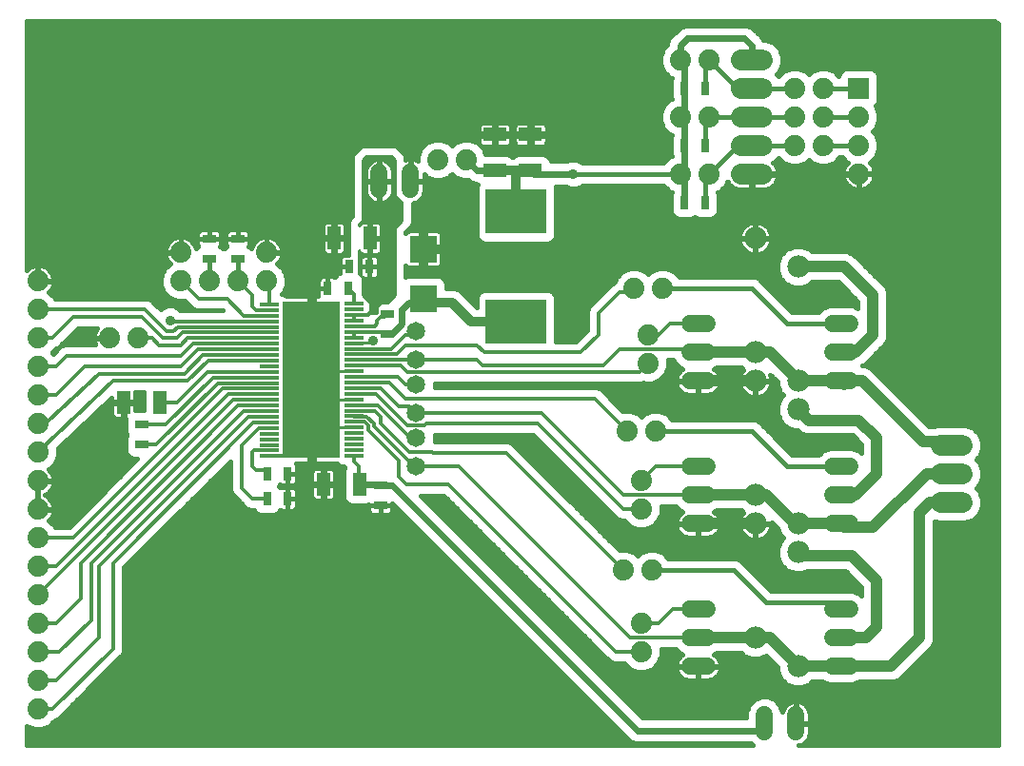
<source format=gbr>
G75*
%MOIN*%
%OFA0B0*%
%FSLAX25Y25*%
%IPPOS*%
%LPD*%
%AMOC8*
5,1,8,0,0,1.08239X$1,22.5*
%
%ADD10R,0.04724X0.03150*%
%ADD11R,0.07874X0.04724*%
%ADD12R,0.04724X0.07874*%
%ADD13R,0.03150X0.04724*%
%ADD14R,0.09449X0.09449*%
%ADD15C,0.07800*%
%ADD16C,0.07400*%
%ADD17C,0.07400*%
%ADD18C,0.06000*%
%ADD19R,0.07400X0.07400*%
%ADD20R,0.21260X0.15748*%
%ADD21C,0.03500*%
%ADD22R,0.07087X0.01181*%
%ADD23R,0.20472X0.55118*%
%ADD24C,0.06500*%
%ADD25C,0.01200*%
%ADD26C,0.01600*%
%ADD27C,0.02400*%
%ADD28C,0.01000*%
%ADD29C,0.03200*%
%ADD30C,0.04000*%
%ADD31C,0.00700*%
D10*
X0134867Y0090757D03*
X0134867Y0097843D03*
X0137367Y0150757D03*
X0137367Y0157843D03*
X0084867Y0177007D03*
X0084867Y0184093D03*
X0074867Y0184093D03*
X0074867Y0177007D03*
X0051117Y0119093D03*
X0051117Y0112007D03*
D11*
X0174867Y0208001D03*
X0187367Y0208001D03*
X0187367Y0220599D03*
X0174867Y0220599D03*
D12*
X0131166Y0184300D03*
X0118567Y0184300D03*
X0057416Y0126800D03*
X0044817Y0126800D03*
X0114817Y0098050D03*
X0127416Y0098050D03*
D13*
X0102160Y0101800D03*
X0095073Y0101800D03*
X0095073Y0093050D03*
X0102160Y0093050D03*
X0116323Y0166800D03*
X0123410Y0166800D03*
X0123823Y0174300D03*
X0130910Y0174300D03*
X0241323Y0196800D03*
X0248410Y0196800D03*
X0248410Y0216800D03*
X0241323Y0216800D03*
X0241323Y0236800D03*
X0248410Y0236800D03*
D14*
X0149867Y0180461D03*
X0149867Y0163139D03*
D15*
X0266117Y0144300D03*
X0266117Y0134300D03*
X0281117Y0134300D03*
X0281117Y0124300D03*
X0266117Y0094300D03*
X0266117Y0084300D03*
X0281117Y0084300D03*
X0281117Y0074300D03*
X0266117Y0044300D03*
X0281117Y0034300D03*
X0281117Y0174300D03*
X0266117Y0184300D03*
D16*
X0249867Y0206800D03*
X0239867Y0206800D03*
X0239867Y0226800D03*
X0249867Y0226800D03*
X0249867Y0246800D03*
X0239867Y0246800D03*
X0279867Y0236800D03*
X0289867Y0236800D03*
X0289867Y0226800D03*
X0289867Y0216800D03*
X0279867Y0216800D03*
X0279867Y0226800D03*
X0302367Y0226800D03*
X0302367Y0216800D03*
X0302367Y0206800D03*
X0233617Y0166800D03*
X0223617Y0166800D03*
X0228617Y0150550D03*
X0228617Y0140550D03*
X0231117Y0116800D03*
X0221117Y0116800D03*
X0226117Y0099300D03*
X0226117Y0089300D03*
X0229867Y0068050D03*
X0219867Y0068050D03*
X0226117Y0049300D03*
X0226117Y0039300D03*
X0094867Y0169300D03*
X0084867Y0169300D03*
X0074867Y0169300D03*
X0064867Y0169300D03*
X0064867Y0179300D03*
X0094867Y0179300D03*
X0049867Y0149300D03*
X0039867Y0149300D03*
X0014867Y0149300D03*
X0014867Y0139300D03*
X0014867Y0129300D03*
X0014867Y0119300D03*
X0014867Y0109300D03*
X0014867Y0099300D03*
X0014867Y0089300D03*
X0014867Y0079300D03*
X0014867Y0069300D03*
X0014867Y0059300D03*
X0014867Y0049300D03*
X0014867Y0039300D03*
X0014867Y0029300D03*
X0014867Y0019300D03*
X0014867Y0159300D03*
X0014867Y0169300D03*
X0154867Y0211800D03*
X0164867Y0211800D03*
D17*
X0261167Y0206800D02*
X0268567Y0206800D01*
X0268567Y0216800D02*
X0261167Y0216800D01*
X0261167Y0226800D02*
X0268567Y0226800D01*
X0268567Y0236800D02*
X0261167Y0236800D01*
X0261167Y0246800D02*
X0268567Y0246800D01*
X0331167Y0111800D02*
X0338567Y0111800D01*
X0338567Y0101800D02*
X0331167Y0101800D01*
X0331167Y0091800D02*
X0338567Y0091800D01*
D18*
X0299117Y0094300D02*
X0293117Y0094300D01*
X0293117Y0084300D02*
X0299117Y0084300D01*
X0299117Y0104300D02*
X0293117Y0104300D01*
X0293117Y0134300D02*
X0299117Y0134300D01*
X0299117Y0144300D02*
X0293117Y0144300D01*
X0293117Y0154300D02*
X0299117Y0154300D01*
X0249117Y0154300D02*
X0243117Y0154300D01*
X0243117Y0144300D02*
X0249117Y0144300D01*
X0249117Y0134300D02*
X0243117Y0134300D01*
X0243117Y0104300D02*
X0249117Y0104300D01*
X0249117Y0094300D02*
X0243117Y0094300D01*
X0243117Y0084300D02*
X0249117Y0084300D01*
X0249117Y0054300D02*
X0243117Y0054300D01*
X0243117Y0044300D02*
X0249117Y0044300D01*
X0249117Y0034300D02*
X0243117Y0034300D01*
X0269367Y0017300D02*
X0269367Y0011300D01*
X0280367Y0011300D02*
X0280367Y0017300D01*
X0293117Y0034300D02*
X0299117Y0034300D01*
X0299117Y0044300D02*
X0293117Y0044300D01*
X0293117Y0054300D02*
X0299117Y0054300D01*
X0145367Y0201300D02*
X0145367Y0207300D01*
X0134367Y0207300D02*
X0134367Y0201300D01*
D19*
X0302367Y0236800D03*
D20*
X0182367Y0193591D03*
X0182367Y0155009D03*
D21*
X0132267Y0148550D03*
X0061117Y0155550D03*
X0202367Y0206800D03*
D22*
X0125438Y0161308D03*
X0125438Y0159339D03*
X0125438Y0157371D03*
X0125438Y0155402D03*
X0125438Y0153434D03*
X0125438Y0151465D03*
X0125438Y0149497D03*
X0125438Y0147528D03*
X0125438Y0145560D03*
X0125438Y0143591D03*
X0125438Y0141623D03*
X0125438Y0139654D03*
X0125438Y0137686D03*
X0125438Y0135717D03*
X0125438Y0133749D03*
X0125438Y0131780D03*
X0125438Y0129812D03*
X0125438Y0127843D03*
X0125438Y0125875D03*
X0125438Y0123906D03*
X0125438Y0121938D03*
X0125438Y0119969D03*
X0125438Y0118001D03*
X0125438Y0116032D03*
X0125438Y0114064D03*
X0125438Y0112095D03*
X0125438Y0110127D03*
X0125438Y0108158D03*
X0095910Y0107961D03*
X0095910Y0109930D03*
X0095910Y0111898D03*
X0095910Y0113867D03*
X0095910Y0115835D03*
X0095910Y0117804D03*
X0095910Y0119772D03*
X0095910Y0121741D03*
X0095910Y0123709D03*
X0095910Y0125678D03*
X0095910Y0127646D03*
X0095910Y0129615D03*
X0095910Y0131583D03*
X0095910Y0133552D03*
X0095910Y0135520D03*
X0095910Y0137489D03*
X0095910Y0139457D03*
X0095910Y0141426D03*
X0095910Y0143394D03*
X0095910Y0145363D03*
X0095910Y0147331D03*
X0095910Y0149300D03*
X0095910Y0151269D03*
X0095910Y0153237D03*
X0095910Y0155206D03*
X0095910Y0157174D03*
X0095910Y0159143D03*
X0095910Y0161111D03*
D23*
X0110674Y0134635D03*
D24*
X0147367Y0133050D03*
X0147367Y0141800D03*
X0147367Y0151800D03*
X0147367Y0123050D03*
X0147367Y0114300D03*
X0147367Y0104300D03*
D25*
X0162367Y0104300D01*
X0222367Y0044300D01*
X0246117Y0044300D01*
X0246117Y0054300D02*
X0237367Y0054300D01*
X0232367Y0049300D01*
X0226117Y0049300D01*
X0226117Y0039300D02*
X0217367Y0039300D01*
X0158617Y0098050D01*
X0143967Y0098050D01*
X0141317Y0100700D01*
X0141317Y0106400D01*
X0130517Y0117200D01*
X0130517Y0118650D01*
X0129197Y0119969D01*
X0125438Y0119969D01*
X0125475Y0121900D02*
X0130017Y0121900D01*
X0132417Y0119500D01*
X0132417Y0118500D01*
X0146617Y0104300D01*
X0147367Y0104300D01*
X0145367Y0106300D01*
X0144867Y0109300D02*
X0134867Y0119300D01*
X0134867Y0121800D01*
X0132760Y0123906D01*
X0125438Y0123906D01*
X0125438Y0121938D02*
X0125475Y0121900D01*
X0125438Y0125875D02*
X0133942Y0125875D01*
X0144717Y0115100D01*
X0146567Y0115100D01*
X0147367Y0114300D01*
X0144867Y0109300D02*
X0153067Y0109300D01*
X0153267Y0109100D01*
X0178817Y0109100D01*
X0219867Y0068050D01*
X0219867Y0089300D02*
X0189867Y0119300D01*
X0151067Y0119300D01*
X0150367Y0118600D01*
X0144317Y0118600D01*
X0133105Y0129812D01*
X0125438Y0129812D01*
X0125438Y0131780D02*
X0134886Y0131780D01*
X0141117Y0125550D01*
X0144867Y0125550D01*
X0147367Y0123050D01*
X0191117Y0123050D01*
X0219867Y0094300D01*
X0246117Y0094300D01*
X0246117Y0104300D02*
X0231117Y0104300D01*
X0226117Y0099300D01*
X0226117Y0089300D02*
X0219867Y0089300D01*
X0221117Y0116800D02*
X0209867Y0128050D01*
X0143617Y0128050D01*
X0137918Y0133749D01*
X0125438Y0133749D01*
X0125438Y0135717D02*
X0140949Y0135717D01*
X0143617Y0133050D01*
X0147367Y0133050D01*
X0144267Y0137400D02*
X0225467Y0137400D01*
X0228617Y0140550D01*
X0228617Y0150550D02*
X0232367Y0150550D01*
X0236117Y0154300D01*
X0246117Y0154300D01*
X0244867Y0145550D02*
X0246117Y0144300D01*
X0244867Y0145550D02*
X0218617Y0145550D01*
X0212867Y0139800D01*
X0170617Y0139800D01*
X0168617Y0141800D01*
X0147367Y0141800D01*
X0147189Y0141623D01*
X0125438Y0141623D01*
X0125438Y0143591D02*
X0140408Y0143591D01*
X0143617Y0146800D01*
X0168617Y0146800D01*
X0171117Y0144300D01*
X0204867Y0144300D01*
X0211117Y0150550D01*
X0211117Y0158050D01*
X0218617Y0165550D01*
X0222367Y0165550D01*
X0223617Y0166800D01*
X0147367Y0151800D02*
X0146117Y0150550D01*
X0143617Y0150550D01*
X0138617Y0145550D01*
X0132367Y0145550D01*
X0131127Y0145560D01*
X0125438Y0145560D01*
X0125438Y0149497D02*
X0125438Y0151465D01*
X0136658Y0151465D01*
X0137367Y0150757D01*
X0133617Y0154300D02*
X0133617Y0155550D01*
X0134867Y0156800D01*
X0136323Y0156800D01*
X0137367Y0157843D01*
X0133617Y0154300D02*
X0132751Y0153434D01*
X0125438Y0153434D01*
X0125438Y0155402D02*
X0125438Y0157371D01*
X0130438Y0157371D01*
X0132367Y0159300D01*
X0125438Y0161308D02*
X0125438Y0164772D01*
X0123410Y0166800D01*
X0116323Y0158257D02*
X0114867Y0156800D01*
X0114867Y0144300D01*
X0114867Y0136800D01*
X0112839Y0136800D01*
X0110674Y0134635D01*
X0110674Y0130580D01*
X0113410Y0127843D01*
X0112367Y0126800D02*
X0112367Y0121800D01*
X0114242Y0119925D01*
X0104867Y0110550D01*
X0104867Y0108050D01*
X0104778Y0107961D01*
X0095910Y0107961D01*
X0095910Y0109930D02*
X0090497Y0109930D01*
X0089867Y0109300D01*
X0089867Y0104300D01*
X0091117Y0103050D01*
X0093823Y0103050D01*
X0095073Y0101800D01*
X0089867Y0093050D02*
X0086117Y0096800D01*
X0086117Y0111800D01*
X0092121Y0117804D01*
X0095910Y0117804D01*
X0095910Y0119772D02*
X0090339Y0119772D01*
X0041117Y0070550D01*
X0041117Y0040550D01*
X0019867Y0019300D01*
X0014867Y0019300D01*
X0014867Y0029300D02*
X0021117Y0029300D01*
X0036117Y0044300D01*
X0036117Y0069300D01*
X0088558Y0121741D01*
X0095910Y0121741D01*
X0095910Y0123709D02*
X0086776Y0123709D01*
X0033617Y0070550D01*
X0033617Y0050550D01*
X0022367Y0039300D01*
X0014867Y0039300D01*
X0014867Y0049300D02*
X0021117Y0049300D01*
X0029867Y0058050D01*
X0029867Y0070550D01*
X0084995Y0125678D01*
X0095910Y0125678D01*
X0095910Y0129615D02*
X0081432Y0129615D01*
X0021117Y0069300D01*
X0014867Y0069300D01*
X0014867Y0059300D02*
X0083213Y0127646D01*
X0092313Y0127646D01*
X0095910Y0131583D02*
X0079650Y0131583D01*
X0027367Y0079300D01*
X0014867Y0079300D01*
X0014867Y0109300D02*
X0041117Y0134300D01*
X0067367Y0134300D01*
X0074493Y0141426D01*
X0095910Y0141426D01*
X0095910Y0143394D02*
X0072711Y0143394D01*
X0066117Y0136800D01*
X0036117Y0136800D01*
X0018617Y0120550D01*
X0016117Y0120550D01*
X0014867Y0119300D01*
X0014867Y0129300D02*
X0021117Y0129300D01*
X0031117Y0139300D01*
X0064867Y0139300D01*
X0070930Y0145363D01*
X0095910Y0145363D01*
X0095910Y0147331D02*
X0069148Y0147331D01*
X0064867Y0143050D01*
X0024867Y0143050D01*
X0021117Y0139300D01*
X0014867Y0139300D01*
X0014867Y0149300D02*
X0019867Y0149300D01*
X0027367Y0156800D01*
X0051117Y0156800D01*
X0058617Y0149300D01*
X0063617Y0149300D01*
X0065585Y0151269D01*
X0095910Y0151269D01*
X0095910Y0153237D02*
X0063804Y0153237D01*
X0062367Y0151800D01*
X0059867Y0151800D01*
X0052367Y0159300D01*
X0014867Y0159300D01*
X0049867Y0149300D02*
X0054867Y0149300D01*
X0057367Y0146800D01*
X0064867Y0146800D01*
X0067367Y0149300D01*
X0095910Y0149300D01*
X0095910Y0155206D02*
X0061461Y0155206D01*
X0061117Y0155550D01*
X0071117Y0163050D02*
X0064867Y0169300D01*
X0071117Y0163050D02*
X0081117Y0163050D01*
X0086993Y0157174D01*
X0095910Y0157174D01*
X0095910Y0159143D02*
X0091274Y0159143D01*
X0089867Y0160550D01*
X0089867Y0164300D01*
X0084867Y0169300D01*
X0094867Y0169300D02*
X0095910Y0168257D01*
X0095910Y0161111D01*
X0095910Y0137489D02*
X0074306Y0137489D01*
X0063617Y0126800D01*
X0057416Y0126800D01*
X0059660Y0119093D02*
X0051117Y0119093D01*
X0051117Y0112007D02*
X0056323Y0112007D01*
X0077869Y0133552D01*
X0095910Y0133552D01*
X0095910Y0135520D02*
X0095880Y0135550D01*
X0076117Y0135550D01*
X0059660Y0119093D01*
X0089867Y0093050D02*
X0095073Y0093050D01*
X0127367Y0098099D02*
X0127416Y0098050D01*
X0127367Y0098099D02*
X0127367Y0104300D01*
X0125438Y0106229D01*
X0125438Y0108158D01*
X0114867Y0119300D02*
X0114242Y0119925D01*
X0125438Y0139654D02*
X0142012Y0139654D01*
X0144267Y0137400D01*
D26*
X0010917Y0013359D02*
X0010917Y0006600D01*
X0265157Y0006600D01*
X0264457Y0007300D01*
X0223972Y0007300D01*
X0222318Y0007985D01*
X0221052Y0009251D01*
X0139029Y0091274D01*
X0139029Y0090757D01*
X0134867Y0090757D01*
X0134867Y0090757D01*
X0139029Y0090757D01*
X0139029Y0088945D01*
X0138906Y0088487D01*
X0138669Y0088077D01*
X0138334Y0087742D01*
X0137924Y0087505D01*
X0137466Y0087382D01*
X0134867Y0087382D01*
X0134867Y0090757D01*
X0134867Y0090757D01*
X0134867Y0090757D01*
X0130704Y0090757D01*
X0130704Y0090925D01*
X0130434Y0090813D01*
X0124397Y0090813D01*
X0123184Y0091315D01*
X0122256Y0092244D01*
X0121754Y0093457D01*
X0121754Y0102643D01*
X0122256Y0103856D01*
X0122276Y0103876D01*
X0122131Y0104020D01*
X0122029Y0104268D01*
X0121238Y0104268D01*
X0120025Y0104770D01*
X0119519Y0105276D01*
X0111474Y0105276D01*
X0111474Y0133835D01*
X0109874Y0133835D01*
X0109874Y0105276D01*
X0105167Y0105276D01*
X0105175Y0105267D01*
X0105412Y0104857D01*
X0105535Y0104399D01*
X0105535Y0101800D01*
X0102160Y0101800D01*
X0102160Y0101800D01*
X0105535Y0101800D01*
X0105535Y0099201D01*
X0105412Y0098743D01*
X0105175Y0098333D01*
X0104840Y0097997D01*
X0104430Y0097760D01*
X0103972Y0097638D01*
X0102160Y0097638D01*
X0102160Y0101800D01*
X0102160Y0101800D01*
X0102160Y0097638D01*
X0100348Y0097638D01*
X0099890Y0097760D01*
X0099596Y0097931D01*
X0099446Y0097568D01*
X0099302Y0097425D01*
X0099446Y0097281D01*
X0099596Y0096919D01*
X0099890Y0097090D01*
X0100348Y0097212D01*
X0102160Y0097212D01*
X0102160Y0093050D01*
X0105535Y0093050D01*
X0105535Y0095649D01*
X0105412Y0096107D01*
X0105175Y0096517D01*
X0104840Y0096853D01*
X0104430Y0097090D01*
X0103972Y0097212D01*
X0102160Y0097212D01*
X0102160Y0093050D01*
X0102160Y0093050D01*
X0105535Y0093050D01*
X0105535Y0090451D01*
X0105412Y0089993D01*
X0105175Y0089583D01*
X0104840Y0089247D01*
X0104430Y0089010D01*
X0103972Y0088888D01*
X0102160Y0088888D01*
X0102160Y0093050D01*
X0102160Y0093050D01*
X0102160Y0093050D01*
X0102160Y0088888D01*
X0100348Y0088888D01*
X0099890Y0089010D01*
X0099596Y0089181D01*
X0099446Y0088818D01*
X0098517Y0087890D01*
X0097305Y0087388D01*
X0092842Y0087388D01*
X0091629Y0087890D01*
X0090701Y0088818D01*
X0090564Y0089150D01*
X0089091Y0089150D01*
X0087657Y0089744D01*
X0082810Y0094591D01*
X0082217Y0096024D01*
X0082217Y0106135D01*
X0045017Y0068935D01*
X0045017Y0039774D01*
X0044423Y0038341D01*
X0043326Y0037244D01*
X0022076Y0015994D01*
X0020866Y0015493D01*
X0020801Y0015335D01*
X0018832Y0013366D01*
X0016259Y0012300D01*
X0013474Y0012300D01*
X0010917Y0013359D01*
X0010917Y0012990D02*
X0011809Y0012990D01*
X0010917Y0011391D02*
X0218912Y0011391D01*
X0220510Y0009793D02*
X0010917Y0009793D01*
X0010917Y0008194D02*
X0222109Y0008194D01*
X0217313Y0012990D02*
X0017924Y0012990D01*
X0020054Y0014588D02*
X0215715Y0014588D01*
X0214116Y0016187D02*
X0022269Y0016187D01*
X0023867Y0017785D02*
X0212518Y0017785D01*
X0210919Y0019384D02*
X0025466Y0019384D01*
X0027064Y0020982D02*
X0209321Y0020982D01*
X0207722Y0022581D02*
X0028663Y0022581D01*
X0030261Y0024179D02*
X0206124Y0024179D01*
X0204525Y0025778D02*
X0031860Y0025778D01*
X0033458Y0027376D02*
X0202927Y0027376D01*
X0201328Y0028975D02*
X0035057Y0028975D01*
X0036655Y0030573D02*
X0199729Y0030573D01*
X0198131Y0032172D02*
X0038254Y0032172D01*
X0039852Y0033770D02*
X0196532Y0033770D01*
X0194934Y0035369D02*
X0041451Y0035369D01*
X0043049Y0036967D02*
X0193335Y0036967D01*
X0191737Y0038566D02*
X0044516Y0038566D01*
X0045017Y0040164D02*
X0190138Y0040164D01*
X0188540Y0041763D02*
X0045017Y0041763D01*
X0045017Y0043361D02*
X0186941Y0043361D01*
X0185343Y0044960D02*
X0045017Y0044960D01*
X0045017Y0046558D02*
X0183744Y0046558D01*
X0182146Y0048157D02*
X0045017Y0048157D01*
X0045017Y0049755D02*
X0180547Y0049755D01*
X0178949Y0051354D02*
X0045017Y0051354D01*
X0045017Y0052952D02*
X0177350Y0052952D01*
X0175752Y0054551D02*
X0045017Y0054551D01*
X0045017Y0056149D02*
X0174153Y0056149D01*
X0172555Y0057748D02*
X0045017Y0057748D01*
X0045017Y0059346D02*
X0170956Y0059346D01*
X0169358Y0060945D02*
X0045017Y0060945D01*
X0045017Y0062543D02*
X0167759Y0062543D01*
X0166161Y0064142D02*
X0045017Y0064142D01*
X0045017Y0065740D02*
X0164562Y0065740D01*
X0162964Y0067339D02*
X0045017Y0067339D01*
X0045020Y0068937D02*
X0161365Y0068937D01*
X0159767Y0070536D02*
X0046618Y0070536D01*
X0048217Y0072134D02*
X0158168Y0072134D01*
X0156570Y0073733D02*
X0049815Y0073733D01*
X0051414Y0075332D02*
X0154971Y0075332D01*
X0153373Y0076930D02*
X0053012Y0076930D01*
X0054611Y0078529D02*
X0151774Y0078529D01*
X0150176Y0080127D02*
X0056209Y0080127D01*
X0057808Y0081726D02*
X0148577Y0081726D01*
X0146979Y0083324D02*
X0059406Y0083324D01*
X0061005Y0084923D02*
X0145380Y0084923D01*
X0143782Y0086521D02*
X0062603Y0086521D01*
X0064202Y0088120D02*
X0091400Y0088120D01*
X0087719Y0089718D02*
X0065800Y0089718D01*
X0067399Y0091317D02*
X0086085Y0091317D01*
X0084486Y0092915D02*
X0068997Y0092915D01*
X0070596Y0094514D02*
X0082888Y0094514D01*
X0082217Y0096112D02*
X0072194Y0096112D01*
X0073793Y0097711D02*
X0082217Y0097711D01*
X0082217Y0099309D02*
X0075391Y0099309D01*
X0076990Y0100908D02*
X0082217Y0100908D01*
X0082217Y0102506D02*
X0078588Y0102506D01*
X0080187Y0104105D02*
X0082217Y0104105D01*
X0082217Y0105703D02*
X0081785Y0105703D01*
X0099505Y0097711D02*
X0100076Y0097711D01*
X0102160Y0097711D02*
X0102160Y0097711D01*
X0102160Y0099309D02*
X0102160Y0099309D01*
X0102160Y0100908D02*
X0102160Y0100908D01*
X0105535Y0100908D02*
X0110655Y0100908D01*
X0110655Y0102224D02*
X0110655Y0098431D01*
X0114436Y0098431D01*
X0114436Y0097669D01*
X0110655Y0097669D01*
X0110655Y0093876D01*
X0110778Y0093418D01*
X0111015Y0093008D01*
X0111350Y0092673D01*
X0111760Y0092436D01*
X0112218Y0092313D01*
X0114436Y0092313D01*
X0114436Y0097669D01*
X0115199Y0097669D01*
X0115199Y0098431D01*
X0118980Y0098431D01*
X0118980Y0102224D01*
X0118857Y0102682D01*
X0118620Y0103092D01*
X0118285Y0103427D01*
X0117874Y0103664D01*
X0117417Y0103787D01*
X0115199Y0103787D01*
X0115199Y0098431D01*
X0114436Y0098431D01*
X0114436Y0103787D01*
X0112218Y0103787D01*
X0111760Y0103664D01*
X0111350Y0103427D01*
X0111015Y0103092D01*
X0110778Y0102682D01*
X0110655Y0102224D01*
X0110731Y0102506D02*
X0105535Y0102506D01*
X0105535Y0104105D02*
X0122096Y0104105D01*
X0121754Y0102506D02*
X0118904Y0102506D01*
X0118980Y0100908D02*
X0121754Y0100908D01*
X0121754Y0099309D02*
X0118980Y0099309D01*
X0118980Y0097669D02*
X0115199Y0097669D01*
X0115199Y0092313D01*
X0117417Y0092313D01*
X0117874Y0092436D01*
X0118285Y0092673D01*
X0118620Y0093008D01*
X0118857Y0093418D01*
X0118980Y0093876D01*
X0118980Y0097669D01*
X0118980Y0096112D02*
X0121754Y0096112D01*
X0121754Y0094514D02*
X0118980Y0094514D01*
X0118527Y0092915D02*
X0121978Y0092915D01*
X0123183Y0091317D02*
X0105535Y0091317D01*
X0105535Y0092915D02*
X0111107Y0092915D01*
X0110655Y0094514D02*
X0105535Y0094514D01*
X0105409Y0096112D02*
X0110655Y0096112D01*
X0110655Y0099309D02*
X0105535Y0099309D01*
X0104244Y0097711D02*
X0114436Y0097711D01*
X0115199Y0097711D02*
X0121754Y0097711D01*
X0115199Y0099309D02*
X0114436Y0099309D01*
X0114436Y0100908D02*
X0115199Y0100908D01*
X0115199Y0102506D02*
X0114436Y0102506D01*
X0111474Y0105703D02*
X0109874Y0105703D01*
X0109874Y0107302D02*
X0111474Y0107302D01*
X0111474Y0108900D02*
X0109874Y0108900D01*
X0109874Y0110499D02*
X0111474Y0110499D01*
X0111474Y0112097D02*
X0109874Y0112097D01*
X0109874Y0113696D02*
X0111474Y0113696D01*
X0111474Y0115294D02*
X0109874Y0115294D01*
X0109874Y0116893D02*
X0111474Y0116893D01*
X0111474Y0118491D02*
X0109874Y0118491D01*
X0109874Y0120090D02*
X0111474Y0120090D01*
X0111474Y0121688D02*
X0109874Y0121688D01*
X0109874Y0123287D02*
X0111474Y0123287D01*
X0111474Y0124885D02*
X0109874Y0124885D01*
X0109874Y0126484D02*
X0111474Y0126484D01*
X0111474Y0128082D02*
X0109874Y0128082D01*
X0109874Y0129681D02*
X0111474Y0129681D01*
X0111474Y0131279D02*
X0109874Y0131279D01*
X0109874Y0132878D02*
X0111474Y0132878D01*
X0111474Y0135435D02*
X0109874Y0135435D01*
X0109874Y0163994D01*
X0101828Y0163994D01*
X0101323Y0164499D01*
X0100363Y0164897D01*
X0100801Y0165335D01*
X0101867Y0167908D01*
X0101867Y0170692D01*
X0100801Y0173265D01*
X0098832Y0175234D01*
X0098653Y0175308D01*
X0099062Y0175717D01*
X0099571Y0176417D01*
X0099964Y0177189D01*
X0100231Y0178012D01*
X0100367Y0178867D01*
X0100367Y0179214D01*
X0094953Y0179214D01*
X0094953Y0179386D01*
X0100367Y0179386D01*
X0100367Y0179733D01*
X0100231Y0180588D01*
X0099964Y0181411D01*
X0099571Y0182183D01*
X0099062Y0182883D01*
X0098450Y0183495D01*
X0097749Y0184004D01*
X0096978Y0184397D01*
X0096155Y0184665D01*
X0095300Y0184800D01*
X0094952Y0184800D01*
X0094952Y0179386D01*
X0094781Y0179386D01*
X0094781Y0184800D01*
X0094434Y0184800D01*
X0093579Y0184665D01*
X0092755Y0184397D01*
X0091984Y0184004D01*
X0091284Y0183495D01*
X0090671Y0182883D01*
X0090163Y0182183D01*
X0089770Y0181411D01*
X0089597Y0180880D01*
X0089098Y0181379D01*
X0088736Y0181529D01*
X0088906Y0181824D01*
X0089029Y0182282D01*
X0089029Y0184093D01*
X0084867Y0184093D01*
X0084867Y0184093D01*
X0089029Y0184093D01*
X0089029Y0185905D01*
X0088906Y0186363D01*
X0088669Y0186773D01*
X0088334Y0187108D01*
X0087924Y0187345D01*
X0087466Y0187468D01*
X0084867Y0187468D01*
X0084867Y0184093D01*
X0084867Y0184093D01*
X0080704Y0184093D01*
X0080704Y0182282D01*
X0080827Y0181824D01*
X0080997Y0181529D01*
X0080635Y0181379D01*
X0079867Y0180611D01*
X0079098Y0181379D01*
X0078736Y0181529D01*
X0078906Y0181824D01*
X0079029Y0182282D01*
X0079029Y0184093D01*
X0074867Y0184093D01*
X0074867Y0184093D01*
X0079029Y0184093D01*
X0079029Y0185905D01*
X0078906Y0186363D01*
X0078669Y0186773D01*
X0078334Y0187108D01*
X0077924Y0187345D01*
X0077466Y0187468D01*
X0074867Y0187468D01*
X0074867Y0184093D01*
X0074867Y0184093D01*
X0070704Y0184093D01*
X0070704Y0182282D01*
X0070827Y0181824D01*
X0070997Y0181529D01*
X0070635Y0181379D01*
X0070136Y0180880D01*
X0069964Y0181411D01*
X0069571Y0182183D01*
X0069062Y0182883D01*
X0068450Y0183495D01*
X0067749Y0184004D01*
X0066978Y0184397D01*
X0066155Y0184665D01*
X0065300Y0184800D01*
X0064952Y0184800D01*
X0064952Y0179386D01*
X0064781Y0179386D01*
X0064781Y0184800D01*
X0064434Y0184800D01*
X0063579Y0184665D01*
X0062755Y0184397D01*
X0061984Y0184004D01*
X0061284Y0183495D01*
X0060671Y0182883D01*
X0060163Y0182183D01*
X0059770Y0181411D01*
X0059502Y0180588D01*
X0059367Y0179733D01*
X0059367Y0179386D01*
X0064781Y0179386D01*
X0064781Y0179214D01*
X0059367Y0179214D01*
X0059367Y0178867D01*
X0059502Y0178012D01*
X0059770Y0177189D01*
X0060163Y0176417D01*
X0060671Y0175717D01*
X0061080Y0175308D01*
X0060901Y0175234D01*
X0058932Y0173265D01*
X0057867Y0170692D01*
X0057867Y0167908D01*
X0058932Y0165335D01*
X0060901Y0163366D01*
X0063474Y0162300D01*
X0066259Y0162300D01*
X0066324Y0162327D01*
X0068907Y0159744D01*
X0070341Y0159150D01*
X0079501Y0159150D01*
X0079546Y0159105D01*
X0064703Y0159105D01*
X0063977Y0159831D01*
X0062121Y0160600D01*
X0060112Y0160600D01*
X0058256Y0159831D01*
X0057803Y0159379D01*
X0055673Y0161509D01*
X0054576Y0162606D01*
X0053142Y0163200D01*
X0020828Y0163200D01*
X0020801Y0163265D01*
X0018832Y0165234D01*
X0018653Y0165308D01*
X0019062Y0165717D01*
X0019571Y0166417D01*
X0019964Y0167189D01*
X0020231Y0168012D01*
X0020367Y0168867D01*
X0020367Y0169100D01*
X0015067Y0169100D01*
X0015067Y0169500D01*
X0020367Y0169500D01*
X0020367Y0169733D01*
X0020231Y0170588D01*
X0019964Y0171411D01*
X0019571Y0172183D01*
X0019062Y0172883D01*
X0018450Y0173495D01*
X0017749Y0174004D01*
X0016978Y0174397D01*
X0016155Y0174665D01*
X0015300Y0174800D01*
X0015067Y0174800D01*
X0015067Y0169500D01*
X0014667Y0169500D01*
X0014667Y0174800D01*
X0014434Y0174800D01*
X0013579Y0174665D01*
X0012755Y0174397D01*
X0011984Y0174004D01*
X0011284Y0173495D01*
X0010917Y0173128D01*
X0010917Y0260550D01*
X0349867Y0260550D01*
X0351117Y0259300D01*
X0351117Y0006600D01*
X0281376Y0006600D01*
X0281491Y0006618D01*
X0282209Y0006852D01*
X0282882Y0007195D01*
X0283494Y0007639D01*
X0284028Y0008173D01*
X0284472Y0008784D01*
X0284815Y0009457D01*
X0285048Y0010176D01*
X0285167Y0010922D01*
X0285167Y0014100D01*
X0280567Y0014100D01*
X0280567Y0014500D01*
X0285167Y0014500D01*
X0285167Y0017678D01*
X0285048Y0018424D01*
X0284815Y0019143D01*
X0284472Y0019816D01*
X0284028Y0020427D01*
X0283494Y0020961D01*
X0282882Y0021405D01*
X0282209Y0021748D01*
X0281491Y0021982D01*
X0280744Y0022100D01*
X0280567Y0022100D01*
X0280567Y0014500D01*
X0280167Y0014500D01*
X0280167Y0022100D01*
X0279989Y0022100D01*
X0279243Y0021982D01*
X0278524Y0021748D01*
X0277851Y0021405D01*
X0277240Y0020961D01*
X0276705Y0020427D01*
X0276261Y0019816D01*
X0275918Y0019143D01*
X0275685Y0018424D01*
X0275667Y0018309D01*
X0275667Y0018553D01*
X0274708Y0020869D01*
X0272935Y0022641D01*
X0270620Y0023600D01*
X0268113Y0023600D01*
X0265798Y0022641D01*
X0264026Y0020869D01*
X0263067Y0018553D01*
X0263067Y0016300D01*
X0226731Y0016300D01*
X0148881Y0094150D01*
X0157001Y0094150D01*
X0214060Y0037091D01*
X0215157Y0035994D01*
X0216591Y0035400D01*
X0220155Y0035400D01*
X0220182Y0035335D01*
X0222151Y0033366D01*
X0224724Y0032300D01*
X0227509Y0032300D01*
X0230082Y0033366D01*
X0232051Y0035335D01*
X0233117Y0037908D01*
X0233117Y0040400D01*
X0238107Y0040400D01*
X0239548Y0038959D01*
X0240728Y0038470D01*
X0240601Y0038405D01*
X0239990Y0037961D01*
X0239455Y0037427D01*
X0239011Y0036816D01*
X0238668Y0036143D01*
X0238435Y0035424D01*
X0238317Y0034678D01*
X0238317Y0034500D01*
X0245917Y0034500D01*
X0245917Y0034100D01*
X0246317Y0034100D01*
X0246317Y0034500D01*
X0253917Y0034500D01*
X0253917Y0034678D01*
X0253798Y0035424D01*
X0253565Y0036143D01*
X0253222Y0036816D01*
X0252778Y0037427D01*
X0252244Y0037961D01*
X0251632Y0038405D01*
X0251505Y0038470D01*
X0252685Y0038959D01*
X0252726Y0039000D01*
X0261234Y0039000D01*
X0262038Y0038196D01*
X0264684Y0037100D01*
X0267549Y0037100D01*
X0269863Y0038059D01*
X0273917Y0034005D01*
X0273917Y0032868D01*
X0275013Y0030222D01*
X0277038Y0028196D01*
X0279684Y0027100D01*
X0282549Y0027100D01*
X0285195Y0028196D01*
X0285999Y0029000D01*
X0289507Y0029000D01*
X0289548Y0028959D01*
X0291863Y0028000D01*
X0300370Y0028000D01*
X0302685Y0028959D01*
X0302726Y0029000D01*
X0314671Y0029000D01*
X0316619Y0029807D01*
X0326619Y0039807D01*
X0328110Y0041298D01*
X0328917Y0043246D01*
X0328917Y0085155D01*
X0329774Y0084800D01*
X0339959Y0084800D01*
X0342532Y0085866D01*
X0344501Y0087835D01*
X0345567Y0090408D01*
X0345567Y0093192D01*
X0344501Y0095765D01*
X0343466Y0096800D01*
X0344501Y0097835D01*
X0345567Y0100408D01*
X0345567Y0103192D01*
X0344501Y0105765D01*
X0343466Y0106800D01*
X0344501Y0107835D01*
X0345567Y0110408D01*
X0345567Y0113192D01*
X0344501Y0115765D01*
X0342532Y0117734D01*
X0339959Y0118800D01*
X0329774Y0118800D01*
X0328688Y0118350D01*
X0327062Y0118350D01*
X0306619Y0138793D01*
X0304671Y0139600D01*
X0303619Y0139600D01*
X0304119Y0139807D01*
X0311860Y0147548D01*
X0312667Y0149496D01*
X0312667Y0165354D01*
X0311860Y0167302D01*
X0301860Y0177302D01*
X0300369Y0178793D01*
X0298421Y0179600D01*
X0285999Y0179600D01*
X0285195Y0180404D01*
X0282549Y0181500D01*
X0279684Y0181500D01*
X0277038Y0180404D01*
X0275013Y0178378D01*
X0273917Y0175732D01*
X0273917Y0172868D01*
X0275013Y0170222D01*
X0277038Y0168196D01*
X0279684Y0167100D01*
X0282549Y0167100D01*
X0285195Y0168196D01*
X0285999Y0169000D01*
X0295171Y0169000D01*
X0302067Y0162105D01*
X0302067Y0159897D01*
X0300370Y0160600D01*
X0291863Y0160600D01*
X0289548Y0159641D01*
X0288307Y0158400D01*
X0279065Y0158400D01*
X0268342Y0169122D01*
X0267189Y0170276D01*
X0265682Y0170900D01*
X0239416Y0170900D01*
X0237582Y0172734D01*
X0235009Y0173800D01*
X0232224Y0173800D01*
X0229651Y0172734D01*
X0228617Y0171699D01*
X0227582Y0172734D01*
X0225009Y0173800D01*
X0222224Y0173800D01*
X0219651Y0172734D01*
X0217682Y0170765D01*
X0216992Y0169098D01*
X0216407Y0168856D01*
X0215310Y0167759D01*
X0207810Y0160259D01*
X0207217Y0158826D01*
X0207217Y0152165D01*
X0203251Y0148200D01*
X0196297Y0148200D01*
X0196297Y0163539D01*
X0195794Y0164752D01*
X0194866Y0165680D01*
X0193653Y0166183D01*
X0171080Y0166183D01*
X0169867Y0165680D01*
X0168939Y0164752D01*
X0168437Y0163539D01*
X0168437Y0160160D01*
X0164021Y0164576D01*
X0162642Y0165954D01*
X0160841Y0166700D01*
X0157891Y0166700D01*
X0157891Y0168519D01*
X0157389Y0169732D01*
X0156460Y0170661D01*
X0155247Y0171163D01*
X0144486Y0171163D01*
X0143667Y0170824D01*
X0143667Y0174693D01*
X0143702Y0174632D01*
X0144037Y0174297D01*
X0144447Y0174060D01*
X0144905Y0173937D01*
X0149067Y0173937D01*
X0149067Y0179661D01*
X0150667Y0179661D01*
X0150667Y0181261D01*
X0156391Y0181261D01*
X0156391Y0185423D01*
X0156268Y0185881D01*
X0156031Y0186291D01*
X0155696Y0186626D01*
X0155286Y0186863D01*
X0154828Y0186986D01*
X0150667Y0186986D01*
X0150667Y0181261D01*
X0149067Y0181261D01*
X0149067Y0186986D01*
X0144905Y0186986D01*
X0144447Y0186863D01*
X0144037Y0186626D01*
X0143702Y0186291D01*
X0143667Y0186230D01*
X0143667Y0186476D01*
X0144519Y0187329D01*
X0145588Y0188397D01*
X0146167Y0189794D01*
X0146167Y0196567D01*
X0146491Y0196618D01*
X0147209Y0196852D01*
X0147882Y0197195D01*
X0148494Y0197639D01*
X0149028Y0198173D01*
X0149472Y0198784D01*
X0149815Y0199457D01*
X0150048Y0200176D01*
X0150167Y0200922D01*
X0150167Y0204100D01*
X0145567Y0204100D01*
X0145567Y0204500D01*
X0150167Y0204500D01*
X0150167Y0206601D01*
X0150901Y0205866D01*
X0153474Y0204800D01*
X0156259Y0204800D01*
X0158832Y0205866D01*
X0159867Y0206901D01*
X0160901Y0205866D01*
X0163474Y0204800D01*
X0165503Y0204800D01*
X0166117Y0204186D01*
X0167771Y0203501D01*
X0168401Y0203501D01*
X0168830Y0203071D01*
X0168437Y0202122D01*
X0168437Y0185061D01*
X0168939Y0183848D01*
X0169867Y0182920D01*
X0171080Y0182417D01*
X0193653Y0182417D01*
X0194866Y0182920D01*
X0195794Y0183848D01*
X0196297Y0185061D01*
X0196297Y0202122D01*
X0196223Y0202300D01*
X0200034Y0202300D01*
X0201362Y0201750D01*
X0203371Y0201750D01*
X0205227Y0202519D01*
X0205408Y0202700D01*
X0234067Y0202700D01*
X0235901Y0200866D01*
X0236739Y0200519D01*
X0236449Y0199819D01*
X0236449Y0193781D01*
X0236951Y0192568D01*
X0237879Y0191640D01*
X0239092Y0191138D01*
X0243555Y0191138D01*
X0244767Y0191640D01*
X0244867Y0191739D01*
X0244966Y0191640D01*
X0246179Y0191138D01*
X0250641Y0191138D01*
X0251854Y0191640D01*
X0252782Y0192568D01*
X0253285Y0193781D01*
X0253285Y0199819D01*
X0252995Y0200519D01*
X0253832Y0200866D01*
X0255801Y0202835D01*
X0256345Y0204148D01*
X0256463Y0203917D01*
X0256971Y0203217D01*
X0257584Y0202605D01*
X0258284Y0202096D01*
X0259055Y0201703D01*
X0259879Y0201435D01*
X0260734Y0201300D01*
X0264567Y0201300D01*
X0264567Y0206500D01*
X0265167Y0206500D01*
X0265167Y0207100D01*
X0274067Y0207100D01*
X0274067Y0207233D01*
X0273931Y0208088D01*
X0273664Y0208911D01*
X0273271Y0209683D01*
X0272762Y0210383D01*
X0272353Y0210792D01*
X0272532Y0210866D01*
X0274217Y0212551D01*
X0275901Y0210866D01*
X0278474Y0209800D01*
X0281259Y0209800D01*
X0283832Y0210866D01*
X0284867Y0211901D01*
X0285901Y0210866D01*
X0288474Y0209800D01*
X0291259Y0209800D01*
X0293832Y0210866D01*
X0295666Y0212700D01*
X0296567Y0212700D01*
X0298401Y0210866D01*
X0298580Y0210792D01*
X0298171Y0210383D01*
X0297663Y0209683D01*
X0297270Y0208911D01*
X0297002Y0208088D01*
X0296867Y0207233D01*
X0296867Y0207000D01*
X0302167Y0207000D01*
X0302167Y0206600D01*
X0302567Y0206600D01*
X0302567Y0207000D01*
X0307867Y0207000D01*
X0307867Y0207233D01*
X0307731Y0208088D01*
X0307464Y0208911D01*
X0307071Y0209683D01*
X0306562Y0210383D01*
X0306153Y0210792D01*
X0306332Y0210866D01*
X0308301Y0212835D01*
X0309367Y0215408D01*
X0309367Y0218192D01*
X0308301Y0220765D01*
X0307266Y0221800D01*
X0308301Y0222835D01*
X0309367Y0225408D01*
X0309367Y0228192D01*
X0308330Y0230696D01*
X0308864Y0231231D01*
X0309367Y0232444D01*
X0309367Y0241156D01*
X0308864Y0242369D01*
X0307936Y0243298D01*
X0306723Y0243800D01*
X0298010Y0243800D01*
X0296797Y0243298D01*
X0295869Y0242369D01*
X0295379Y0241187D01*
X0293832Y0242734D01*
X0291259Y0243800D01*
X0288474Y0243800D01*
X0285901Y0242734D01*
X0284867Y0241699D01*
X0283832Y0242734D01*
X0281259Y0243800D01*
X0278474Y0243800D01*
X0275901Y0242734D01*
X0274217Y0241049D01*
X0273466Y0241800D01*
X0274501Y0242835D01*
X0275567Y0245408D01*
X0275567Y0248192D01*
X0274501Y0250765D01*
X0272532Y0252734D01*
X0269959Y0253800D01*
X0268909Y0253800D01*
X0268682Y0254349D01*
X0267416Y0255615D01*
X0264916Y0258115D01*
X0263262Y0258800D01*
X0241472Y0258800D01*
X0239818Y0258115D01*
X0238552Y0256849D01*
X0237318Y0255615D01*
X0237318Y0255615D01*
X0236052Y0254349D01*
X0235367Y0252695D01*
X0235367Y0252199D01*
X0233932Y0250765D01*
X0232867Y0248192D01*
X0232867Y0245408D01*
X0233932Y0242835D01*
X0235901Y0240866D01*
X0236739Y0240519D01*
X0236449Y0239819D01*
X0236449Y0233781D01*
X0236739Y0233081D01*
X0235901Y0232734D01*
X0233932Y0230765D01*
X0232867Y0228192D01*
X0232867Y0225408D01*
X0233932Y0222835D01*
X0235901Y0220866D01*
X0236739Y0220519D01*
X0236449Y0219819D01*
X0236449Y0213781D01*
X0236739Y0213081D01*
X0235901Y0212734D01*
X0234067Y0210900D01*
X0205408Y0210900D01*
X0205227Y0211081D01*
X0203371Y0211850D01*
X0201362Y0211850D01*
X0200034Y0211300D01*
X0194487Y0211300D01*
X0194101Y0212232D01*
X0193173Y0213161D01*
X0191960Y0213663D01*
X0182773Y0213663D01*
X0181560Y0213161D01*
X0181301Y0212901D01*
X0180933Y0212901D01*
X0180673Y0213161D01*
X0179460Y0213663D01*
X0171672Y0213663D01*
X0170801Y0215765D01*
X0168832Y0217734D01*
X0166259Y0218800D01*
X0163474Y0218800D01*
X0160901Y0217734D01*
X0159867Y0216699D01*
X0158832Y0217734D01*
X0156259Y0218800D01*
X0153474Y0218800D01*
X0150901Y0217734D01*
X0148932Y0215765D01*
X0147867Y0213192D01*
X0147867Y0211413D01*
X0147209Y0211748D01*
X0146491Y0211982D01*
X0145744Y0212100D01*
X0145567Y0212100D01*
X0145567Y0204500D01*
X0145167Y0204500D01*
X0145167Y0212100D01*
X0144989Y0212100D01*
X0144243Y0211982D01*
X0143667Y0211795D01*
X0143667Y0212556D01*
X0143088Y0213953D01*
X0141838Y0215203D01*
X0140769Y0216271D01*
X0139373Y0216850D01*
X0129111Y0216850D01*
X0127714Y0216271D01*
X0126464Y0215021D01*
X0125395Y0213953D01*
X0124817Y0212556D01*
X0124817Y0192124D01*
X0124145Y0191453D01*
X0123567Y0190056D01*
X0123567Y0178462D01*
X0122012Y0178462D01*
X0121554Y0178340D01*
X0121143Y0178103D01*
X0120808Y0177767D01*
X0120571Y0177357D01*
X0120449Y0176899D01*
X0120449Y0174300D01*
X0120449Y0172160D01*
X0119966Y0171960D01*
X0119038Y0171031D01*
X0118888Y0170669D01*
X0118593Y0170840D01*
X0118135Y0170962D01*
X0116323Y0170962D01*
X0114512Y0170962D01*
X0114054Y0170840D01*
X0113643Y0170603D01*
X0113308Y0170267D01*
X0113071Y0169857D01*
X0112949Y0169399D01*
X0112949Y0166800D01*
X0112949Y0164201D01*
X0113004Y0163994D01*
X0111474Y0163994D01*
X0111474Y0135435D01*
X0111474Y0136075D02*
X0109874Y0136075D01*
X0109874Y0137673D02*
X0111474Y0137673D01*
X0111474Y0139272D02*
X0109874Y0139272D01*
X0109874Y0140870D02*
X0111474Y0140870D01*
X0111474Y0142469D02*
X0109874Y0142469D01*
X0109874Y0144068D02*
X0111474Y0144068D01*
X0111474Y0145666D02*
X0109874Y0145666D01*
X0109874Y0147265D02*
X0111474Y0147265D01*
X0111474Y0148863D02*
X0109874Y0148863D01*
X0109874Y0150462D02*
X0111474Y0150462D01*
X0111474Y0152060D02*
X0109874Y0152060D01*
X0109874Y0153659D02*
X0111474Y0153659D01*
X0111474Y0155257D02*
X0109874Y0155257D01*
X0109874Y0156856D02*
X0111474Y0156856D01*
X0111474Y0158454D02*
X0109874Y0158454D01*
X0109874Y0160053D02*
X0111474Y0160053D01*
X0111474Y0161651D02*
X0109874Y0161651D01*
X0109874Y0163250D02*
X0111474Y0163250D01*
X0112949Y0164848D02*
X0100480Y0164848D01*
X0101262Y0166447D02*
X0112949Y0166447D01*
X0112949Y0166800D02*
X0116323Y0166800D01*
X0116323Y0166800D01*
X0112949Y0166800D01*
X0112949Y0168045D02*
X0101867Y0168045D01*
X0101867Y0169644D02*
X0113014Y0169644D01*
X0116323Y0169644D02*
X0116323Y0169644D01*
X0116323Y0170962D02*
X0116323Y0166800D01*
X0116323Y0166800D01*
X0116323Y0170962D01*
X0116323Y0168045D02*
X0116323Y0168045D01*
X0119248Y0171242D02*
X0101639Y0171242D01*
X0100977Y0172841D02*
X0120449Y0172841D01*
X0120449Y0174300D02*
X0123567Y0174300D01*
X0123567Y0174300D01*
X0120449Y0174300D01*
X0120449Y0174439D02*
X0099627Y0174439D01*
X0099295Y0176038D02*
X0120449Y0176038D01*
X0120732Y0177636D02*
X0100109Y0177636D01*
X0100152Y0180833D02*
X0114405Y0180833D01*
X0114405Y0180126D02*
X0114528Y0179668D01*
X0114765Y0179258D01*
X0115100Y0178923D01*
X0115510Y0178686D01*
X0115968Y0178563D01*
X0118186Y0178563D01*
X0118186Y0183919D01*
X0114405Y0183919D01*
X0114405Y0180126D01*
X0114788Y0179235D02*
X0094953Y0179235D01*
X0094952Y0180833D02*
X0094781Y0180833D01*
X0094781Y0182432D02*
X0094952Y0182432D01*
X0094952Y0184030D02*
X0094781Y0184030D01*
X0092036Y0184030D02*
X0089029Y0184030D01*
X0089029Y0182432D02*
X0090344Y0182432D01*
X0089029Y0185629D02*
X0114405Y0185629D01*
X0114405Y0184681D02*
X0118186Y0184681D01*
X0118186Y0183919D01*
X0118949Y0183919D01*
X0118949Y0184681D01*
X0122730Y0184681D01*
X0122730Y0188474D01*
X0122607Y0188932D01*
X0122370Y0189342D01*
X0122035Y0189677D01*
X0121624Y0189914D01*
X0121167Y0190037D01*
X0118949Y0190037D01*
X0118949Y0184681D01*
X0118186Y0184681D01*
X0118186Y0190037D01*
X0115968Y0190037D01*
X0115510Y0189914D01*
X0115100Y0189677D01*
X0114765Y0189342D01*
X0114528Y0188932D01*
X0114405Y0188474D01*
X0114405Y0184681D01*
X0114405Y0182432D02*
X0099390Y0182432D01*
X0097698Y0184030D02*
X0118186Y0184030D01*
X0118949Y0184030D02*
X0123567Y0184030D01*
X0122730Y0183919D02*
X0118949Y0183919D01*
X0118949Y0178563D01*
X0121167Y0178563D01*
X0121624Y0178686D01*
X0122035Y0178923D01*
X0122370Y0179258D01*
X0122607Y0179668D01*
X0122730Y0180126D01*
X0122730Y0183919D01*
X0122730Y0182432D02*
X0123567Y0182432D01*
X0123567Y0180833D02*
X0122730Y0180833D01*
X0122347Y0179235D02*
X0123567Y0179235D01*
X0118949Y0179235D02*
X0118186Y0179235D01*
X0118186Y0180833D02*
X0118949Y0180833D01*
X0118949Y0182432D02*
X0118186Y0182432D01*
X0118186Y0185629D02*
X0118949Y0185629D01*
X0118949Y0187227D02*
X0118186Y0187227D01*
X0118186Y0188826D02*
X0118949Y0188826D01*
X0122635Y0188826D02*
X0123567Y0188826D01*
X0123567Y0187227D02*
X0122730Y0187227D01*
X0122730Y0185629D02*
X0123567Y0185629D01*
X0123719Y0190424D02*
X0010917Y0190424D01*
X0010917Y0188826D02*
X0114500Y0188826D01*
X0114405Y0187227D02*
X0088128Y0187227D01*
X0084867Y0187227D02*
X0084867Y0187227D01*
X0084867Y0187468D02*
X0082267Y0187468D01*
X0081810Y0187345D01*
X0081399Y0187108D01*
X0081064Y0186773D01*
X0080827Y0186363D01*
X0080704Y0185905D01*
X0080704Y0184093D01*
X0084867Y0184093D01*
X0084867Y0184093D01*
X0084867Y0187468D01*
X0084867Y0185629D02*
X0084867Y0185629D01*
X0081605Y0187227D02*
X0078128Y0187227D01*
X0079029Y0185629D02*
X0080704Y0185629D01*
X0080704Y0184030D02*
X0079029Y0184030D01*
X0079029Y0182432D02*
X0080704Y0182432D01*
X0080089Y0180833D02*
X0079644Y0180833D01*
X0074867Y0184093D02*
X0074867Y0184093D01*
X0070704Y0184093D01*
X0070704Y0185905D01*
X0070827Y0186363D01*
X0071064Y0186773D01*
X0071399Y0187108D01*
X0071810Y0187345D01*
X0072267Y0187468D01*
X0074867Y0187468D01*
X0074867Y0184093D01*
X0074867Y0185629D02*
X0074867Y0185629D01*
X0074867Y0187227D02*
X0074867Y0187227D01*
X0071605Y0187227D02*
X0010917Y0187227D01*
X0010917Y0185629D02*
X0070704Y0185629D01*
X0070704Y0184030D02*
X0067698Y0184030D01*
X0069390Y0182432D02*
X0070704Y0182432D01*
X0064952Y0182432D02*
X0064781Y0182432D01*
X0064781Y0184030D02*
X0064952Y0184030D01*
X0062036Y0184030D02*
X0010917Y0184030D01*
X0010917Y0182432D02*
X0060344Y0182432D01*
X0059582Y0180833D02*
X0010917Y0180833D01*
X0010917Y0179235D02*
X0064781Y0179235D01*
X0064781Y0180833D02*
X0064952Y0180833D01*
X0060438Y0176038D02*
X0010917Y0176038D01*
X0010917Y0177636D02*
X0059624Y0177636D01*
X0060106Y0174439D02*
X0016848Y0174439D01*
X0015067Y0174439D02*
X0014667Y0174439D01*
X0014667Y0172841D02*
X0015067Y0172841D01*
X0015067Y0171242D02*
X0014667Y0171242D01*
X0014667Y0169644D02*
X0015067Y0169644D01*
X0019093Y0172841D02*
X0058757Y0172841D01*
X0058094Y0171242D02*
X0020019Y0171242D01*
X0020367Y0169644D02*
X0057867Y0169644D01*
X0057867Y0168045D02*
X0020236Y0168045D01*
X0019586Y0166447D02*
X0058472Y0166447D01*
X0059419Y0164848D02*
X0019218Y0164848D01*
X0020807Y0163250D02*
X0061182Y0163250D01*
X0063443Y0160053D02*
X0068599Y0160053D01*
X0067000Y0161651D02*
X0055531Y0161651D01*
X0057129Y0160053D02*
X0058791Y0160053D01*
X0074867Y0169300D02*
X0074867Y0177007D01*
X0084867Y0177007D02*
X0084867Y0169300D01*
X0124716Y0192023D02*
X0010917Y0192023D01*
X0010917Y0193621D02*
X0124817Y0193621D01*
X0124817Y0195220D02*
X0010917Y0195220D01*
X0010917Y0196818D02*
X0124817Y0196818D01*
X0124817Y0198417D02*
X0010917Y0198417D01*
X0010917Y0200015D02*
X0124817Y0200015D01*
X0124817Y0201614D02*
X0010917Y0201614D01*
X0010917Y0203212D02*
X0124817Y0203212D01*
X0124817Y0204811D02*
X0010917Y0204811D01*
X0010917Y0206409D02*
X0124817Y0206409D01*
X0124817Y0208008D02*
X0010917Y0208008D01*
X0010917Y0209606D02*
X0124817Y0209606D01*
X0124817Y0211205D02*
X0010917Y0211205D01*
X0010917Y0212803D02*
X0124919Y0212803D01*
X0125845Y0214402D02*
X0010917Y0214402D01*
X0010917Y0216001D02*
X0127443Y0216001D01*
X0141040Y0216001D02*
X0149168Y0216001D01*
X0148368Y0214402D02*
X0142639Y0214402D01*
X0143564Y0212803D02*
X0147867Y0212803D01*
X0145567Y0211205D02*
X0145167Y0211205D01*
X0145167Y0209606D02*
X0145567Y0209606D01*
X0145567Y0208008D02*
X0145167Y0208008D01*
X0145167Y0206409D02*
X0145567Y0206409D01*
X0145567Y0204811D02*
X0145167Y0204811D01*
X0150167Y0204811D02*
X0153448Y0204811D01*
X0156285Y0204811D02*
X0163448Y0204811D01*
X0160358Y0206409D02*
X0159376Y0206409D01*
X0150358Y0206409D02*
X0150167Y0206409D01*
X0150167Y0203212D02*
X0168689Y0203212D01*
X0168437Y0201614D02*
X0150167Y0201614D01*
X0149996Y0200015D02*
X0168437Y0200015D01*
X0168437Y0198417D02*
X0149205Y0198417D01*
X0147107Y0196818D02*
X0168437Y0196818D01*
X0168437Y0195220D02*
X0146167Y0195220D01*
X0146167Y0193621D02*
X0168437Y0193621D01*
X0168437Y0192023D02*
X0146167Y0192023D01*
X0146167Y0190424D02*
X0168437Y0190424D01*
X0168437Y0188826D02*
X0145766Y0188826D01*
X0144418Y0187227D02*
X0168437Y0187227D01*
X0168437Y0185629D02*
X0156336Y0185629D01*
X0156391Y0184030D02*
X0168864Y0184030D01*
X0171045Y0182432D02*
X0156391Y0182432D01*
X0156391Y0179661D02*
X0150667Y0179661D01*
X0150667Y0173937D01*
X0154828Y0173937D01*
X0155286Y0174060D01*
X0155696Y0174297D01*
X0156031Y0174632D01*
X0156268Y0175042D01*
X0156391Y0175500D01*
X0156391Y0179661D01*
X0156391Y0179235D02*
X0263502Y0179235D01*
X0263129Y0179425D02*
X0263929Y0179018D01*
X0264782Y0178740D01*
X0265668Y0178600D01*
X0265932Y0178600D01*
X0265932Y0184116D01*
X0260417Y0184116D01*
X0260417Y0183851D01*
X0260557Y0182965D01*
X0260834Y0182112D01*
X0261242Y0181313D01*
X0261769Y0180587D01*
X0262403Y0179952D01*
X0263129Y0179425D01*
X0261590Y0180833D02*
X0150667Y0180833D01*
X0150667Y0179235D02*
X0149067Y0179235D01*
X0149067Y0177636D02*
X0150667Y0177636D01*
X0150667Y0176038D02*
X0149067Y0176038D01*
X0149067Y0174439D02*
X0150667Y0174439D01*
X0155839Y0174439D02*
X0273917Y0174439D01*
X0273928Y0172841D02*
X0237325Y0172841D01*
X0239074Y0171242D02*
X0274590Y0171242D01*
X0275591Y0169644D02*
X0267821Y0169644D01*
X0269420Y0168045D02*
X0277403Y0168045D01*
X0272617Y0164848D02*
X0299323Y0164848D01*
X0297725Y0166447D02*
X0271018Y0166447D01*
X0274215Y0163250D02*
X0300922Y0163250D01*
X0302067Y0161651D02*
X0275814Y0161651D01*
X0277412Y0160053D02*
X0290542Y0160053D01*
X0288361Y0158454D02*
X0279011Y0158454D01*
X0277367Y0154300D02*
X0264867Y0166800D01*
X0233617Y0166800D01*
X0229908Y0172841D02*
X0227325Y0172841D01*
X0219908Y0172841D02*
X0143667Y0172841D01*
X0143667Y0174439D02*
X0143894Y0174439D01*
X0143667Y0171242D02*
X0218159Y0171242D01*
X0217218Y0169644D02*
X0157425Y0169644D01*
X0157891Y0168045D02*
X0215596Y0168045D01*
X0213998Y0166447D02*
X0161453Y0166447D01*
X0163748Y0164848D02*
X0169035Y0164848D01*
X0168437Y0163250D02*
X0165347Y0163250D01*
X0166945Y0161651D02*
X0168437Y0161651D01*
X0156391Y0176038D02*
X0274043Y0176038D01*
X0274705Y0177636D02*
X0156391Y0177636D01*
X0150667Y0182432D02*
X0149067Y0182432D01*
X0149067Y0184030D02*
X0150667Y0184030D01*
X0150667Y0185629D02*
X0149067Y0185629D01*
X0171366Y0214402D02*
X0236449Y0214402D01*
X0236449Y0216001D02*
X0170566Y0216001D01*
X0170693Y0216437D02*
X0174486Y0216437D01*
X0174486Y0220218D01*
X0175248Y0220218D01*
X0175248Y0220980D01*
X0180604Y0220980D01*
X0180604Y0223198D01*
X0180481Y0223656D01*
X0180244Y0224067D01*
X0179909Y0224402D01*
X0179498Y0224639D01*
X0179041Y0224761D01*
X0175248Y0224761D01*
X0175248Y0220980D01*
X0174486Y0220980D01*
X0174486Y0224761D01*
X0170693Y0224761D01*
X0170235Y0224639D01*
X0169824Y0224402D01*
X0169489Y0224067D01*
X0169252Y0223656D01*
X0169130Y0223198D01*
X0169130Y0220980D01*
X0174485Y0220980D01*
X0174485Y0220218D01*
X0169130Y0220218D01*
X0169130Y0218000D01*
X0169252Y0217542D01*
X0169489Y0217132D01*
X0169824Y0216797D01*
X0170235Y0216560D01*
X0170693Y0216437D01*
X0169237Y0217599D02*
X0168967Y0217599D01*
X0169130Y0219198D02*
X0010917Y0219198D01*
X0010917Y0220796D02*
X0174485Y0220796D01*
X0175248Y0220796D02*
X0186985Y0220796D01*
X0186985Y0220980D02*
X0186985Y0220218D01*
X0181630Y0220218D01*
X0181630Y0218000D01*
X0181752Y0217542D01*
X0181989Y0217132D01*
X0182324Y0216797D01*
X0182735Y0216560D01*
X0183193Y0216437D01*
X0186986Y0216437D01*
X0186986Y0220218D01*
X0187748Y0220218D01*
X0187748Y0220980D01*
X0193104Y0220980D01*
X0193104Y0223198D01*
X0192981Y0223656D01*
X0192744Y0224067D01*
X0192409Y0224402D01*
X0191998Y0224639D01*
X0191541Y0224761D01*
X0187748Y0224761D01*
X0187748Y0220980D01*
X0186986Y0220980D01*
X0186986Y0224761D01*
X0183193Y0224761D01*
X0182735Y0224639D01*
X0182324Y0224402D01*
X0181989Y0224067D01*
X0181752Y0223656D01*
X0181630Y0223198D01*
X0181630Y0220980D01*
X0186985Y0220980D01*
X0187748Y0220796D02*
X0236070Y0220796D01*
X0236449Y0219198D02*
X0193104Y0219198D01*
X0193104Y0220218D02*
X0193104Y0218000D01*
X0192981Y0217542D01*
X0192744Y0217132D01*
X0192409Y0216797D01*
X0191998Y0216560D01*
X0191541Y0216437D01*
X0187748Y0216437D01*
X0187748Y0220218D01*
X0193104Y0220218D01*
X0193104Y0222395D02*
X0234373Y0222395D01*
X0233453Y0223993D02*
X0192786Y0223993D01*
X0187748Y0223993D02*
X0186986Y0223993D01*
X0186986Y0222395D02*
X0187748Y0222395D01*
X0187748Y0219198D02*
X0186986Y0219198D01*
X0186986Y0217599D02*
X0187748Y0217599D01*
X0181737Y0217599D02*
X0180496Y0217599D01*
X0180481Y0217542D02*
X0180604Y0218000D01*
X0180604Y0220218D01*
X0175248Y0220218D01*
X0175248Y0216437D01*
X0179041Y0216437D01*
X0179498Y0216560D01*
X0179909Y0216797D01*
X0180244Y0217132D01*
X0180481Y0217542D01*
X0180604Y0219198D02*
X0181630Y0219198D01*
X0181630Y0222395D02*
X0180604Y0222395D01*
X0180286Y0223993D02*
X0181947Y0223993D01*
X0175248Y0223993D02*
X0174486Y0223993D01*
X0174486Y0222395D02*
X0175248Y0222395D01*
X0175248Y0219198D02*
X0174486Y0219198D01*
X0174486Y0217599D02*
X0175248Y0217599D01*
X0169130Y0222395D02*
X0010917Y0222395D01*
X0010917Y0223993D02*
X0169447Y0223993D01*
X0160766Y0217599D02*
X0158967Y0217599D01*
X0150766Y0217599D02*
X0010917Y0217599D01*
X0010917Y0225592D02*
X0232867Y0225592D01*
X0232867Y0227190D02*
X0010917Y0227190D01*
X0010917Y0228789D02*
X0233114Y0228789D01*
X0233776Y0230387D02*
X0010917Y0230387D01*
X0010917Y0231986D02*
X0235153Y0231986D01*
X0236530Y0233584D02*
X0010917Y0233584D01*
X0010917Y0235183D02*
X0236449Y0235183D01*
X0236449Y0236781D02*
X0010917Y0236781D01*
X0010917Y0238380D02*
X0236449Y0238380D01*
X0236515Y0239978D02*
X0010917Y0239978D01*
X0010917Y0241577D02*
X0235190Y0241577D01*
X0233791Y0243175D02*
X0010917Y0243175D01*
X0010917Y0244774D02*
X0233129Y0244774D01*
X0232867Y0246372D02*
X0010917Y0246372D01*
X0010917Y0247971D02*
X0232867Y0247971D01*
X0233437Y0249569D02*
X0010917Y0249569D01*
X0010917Y0251168D02*
X0234335Y0251168D01*
X0235396Y0252766D02*
X0010917Y0252766D01*
X0010917Y0254365D02*
X0236067Y0254365D01*
X0237666Y0255963D02*
X0010917Y0255963D01*
X0010917Y0257562D02*
X0239265Y0257562D01*
X0238552Y0256849D02*
X0238552Y0256849D01*
X0249867Y0246800D02*
X0248410Y0245343D01*
X0248410Y0236800D01*
X0249867Y0226800D02*
X0248410Y0225343D01*
X0248410Y0216800D01*
X0249867Y0206800D02*
X0248410Y0205343D01*
X0248410Y0196800D01*
X0252237Y0192023D02*
X0351117Y0192023D01*
X0351117Y0193621D02*
X0253218Y0193621D01*
X0253285Y0195220D02*
X0351117Y0195220D01*
X0351117Y0196818D02*
X0253285Y0196818D01*
X0253285Y0198417D02*
X0351117Y0198417D01*
X0351117Y0200015D02*
X0253203Y0200015D01*
X0254580Y0201614D02*
X0259329Y0201614D01*
X0256976Y0203212D02*
X0255957Y0203212D01*
X0249867Y0206800D02*
X0259867Y0216800D01*
X0264867Y0216800D01*
X0279867Y0216800D01*
X0284171Y0211205D02*
X0285562Y0211205D01*
X0289867Y0216800D02*
X0302367Y0216800D01*
X0308270Y0220796D02*
X0351117Y0220796D01*
X0351117Y0219198D02*
X0308950Y0219198D01*
X0309367Y0217599D02*
X0351117Y0217599D01*
X0351117Y0216001D02*
X0309367Y0216001D01*
X0308950Y0214402D02*
X0351117Y0214402D01*
X0351117Y0212803D02*
X0308270Y0212803D01*
X0306671Y0211205D02*
X0351117Y0211205D01*
X0351117Y0209606D02*
X0307109Y0209606D01*
X0307744Y0208008D02*
X0351117Y0208008D01*
X0351117Y0206409D02*
X0307867Y0206409D01*
X0307867Y0206367D02*
X0307867Y0206600D01*
X0302567Y0206600D01*
X0302567Y0201300D01*
X0302800Y0201300D01*
X0303655Y0201435D01*
X0304478Y0201703D01*
X0305249Y0202096D01*
X0305950Y0202605D01*
X0306562Y0203217D01*
X0307071Y0203917D01*
X0307464Y0204689D01*
X0307731Y0205512D01*
X0307867Y0206367D01*
X0307503Y0204811D02*
X0351117Y0204811D01*
X0351117Y0203212D02*
X0306557Y0203212D01*
X0304204Y0201614D02*
X0351117Y0201614D01*
X0351117Y0190424D02*
X0196297Y0190424D01*
X0196297Y0188826D02*
X0262649Y0188826D01*
X0262403Y0188648D02*
X0261769Y0188013D01*
X0261242Y0187287D01*
X0260834Y0186488D01*
X0260557Y0185635D01*
X0260417Y0184749D01*
X0260417Y0184484D01*
X0265932Y0184484D01*
X0265932Y0184116D01*
X0266301Y0184116D01*
X0266301Y0184484D01*
X0271817Y0184484D01*
X0271817Y0184749D01*
X0271676Y0185635D01*
X0271399Y0186488D01*
X0270992Y0187287D01*
X0270464Y0188013D01*
X0269830Y0188648D01*
X0269104Y0189175D01*
X0268305Y0189582D01*
X0267451Y0189860D01*
X0266565Y0190000D01*
X0266301Y0190000D01*
X0266301Y0184484D01*
X0265932Y0184484D01*
X0265932Y0190000D01*
X0265668Y0190000D01*
X0264782Y0189860D01*
X0263929Y0189582D01*
X0263129Y0189175D01*
X0262403Y0188648D01*
X0261211Y0187227D02*
X0196297Y0187227D01*
X0196297Y0185629D02*
X0260556Y0185629D01*
X0260417Y0184030D02*
X0195870Y0184030D01*
X0193688Y0182432D02*
X0260730Y0182432D01*
X0265932Y0182432D02*
X0266301Y0182432D01*
X0266301Y0184030D02*
X0265932Y0184030D01*
X0266301Y0184116D02*
X0266301Y0178600D01*
X0266565Y0178600D01*
X0267451Y0178740D01*
X0268305Y0179018D01*
X0269104Y0179425D01*
X0269830Y0179952D01*
X0270464Y0180587D01*
X0270992Y0181313D01*
X0271399Y0182112D01*
X0271676Y0182965D01*
X0271817Y0183851D01*
X0271817Y0184116D01*
X0266301Y0184116D01*
X0266301Y0185629D02*
X0265932Y0185629D01*
X0265932Y0187227D02*
X0266301Y0187227D01*
X0266301Y0188826D02*
X0265932Y0188826D01*
X0269585Y0188826D02*
X0351117Y0188826D01*
X0351117Y0187227D02*
X0271022Y0187227D01*
X0271677Y0185629D02*
X0351117Y0185629D01*
X0351117Y0184030D02*
X0271817Y0184030D01*
X0271503Y0182432D02*
X0351117Y0182432D01*
X0351117Y0180833D02*
X0284158Y0180833D01*
X0278075Y0180833D02*
X0270644Y0180833D01*
X0268731Y0179235D02*
X0275869Y0179235D01*
X0266301Y0179235D02*
X0265932Y0179235D01*
X0265932Y0180833D02*
X0266301Y0180833D01*
X0284831Y0168045D02*
X0296126Y0168045D01*
X0301691Y0160053D02*
X0302067Y0160053D01*
X0296117Y0154300D02*
X0277367Y0154300D01*
X0261995Y0138239D02*
X0261769Y0138013D01*
X0261242Y0137287D01*
X0260834Y0136488D01*
X0260557Y0135635D01*
X0260417Y0134749D01*
X0260417Y0134484D01*
X0265932Y0134484D01*
X0265932Y0134116D01*
X0260417Y0134116D01*
X0260417Y0133851D01*
X0260557Y0132965D01*
X0260834Y0132112D01*
X0261242Y0131313D01*
X0261769Y0130587D01*
X0262403Y0129952D01*
X0263129Y0129425D01*
X0263929Y0129018D01*
X0264782Y0128740D01*
X0265668Y0128600D01*
X0265932Y0128600D01*
X0265932Y0134116D01*
X0266301Y0134116D01*
X0266301Y0134484D01*
X0271817Y0134484D01*
X0271817Y0134749D01*
X0271676Y0135635D01*
X0271399Y0136488D01*
X0271363Y0136558D01*
X0273917Y0134005D01*
X0273917Y0132868D01*
X0275013Y0130222D01*
X0275934Y0129300D01*
X0275013Y0128378D01*
X0273917Y0125732D01*
X0273917Y0122868D01*
X0275013Y0120222D01*
X0277038Y0118196D01*
X0279684Y0117100D01*
X0280821Y0117100D01*
X0281864Y0116057D01*
X0283812Y0115250D01*
X0300171Y0115250D01*
X0303317Y0112105D01*
X0303317Y0109010D01*
X0302685Y0109641D01*
X0300370Y0110600D01*
X0291863Y0110600D01*
X0289548Y0109641D01*
X0288307Y0108400D01*
X0279065Y0108400D01*
X0267189Y0120276D01*
X0265682Y0120900D01*
X0236916Y0120900D01*
X0235082Y0122734D01*
X0232509Y0123800D01*
X0229724Y0123800D01*
X0227151Y0122734D01*
X0226117Y0121699D01*
X0225082Y0122734D01*
X0222509Y0123800D01*
X0219724Y0123800D01*
X0219659Y0123773D01*
X0212076Y0131356D01*
X0210642Y0131950D01*
X0153917Y0131950D01*
X0153917Y0133500D01*
X0226242Y0133500D01*
X0226794Y0133728D01*
X0227224Y0133550D01*
X0230009Y0133550D01*
X0232582Y0134616D01*
X0234551Y0136585D01*
X0235617Y0139158D01*
X0235617Y0141650D01*
X0237395Y0141650D01*
X0237776Y0140731D01*
X0239548Y0138959D01*
X0240728Y0138470D01*
X0240601Y0138405D01*
X0239990Y0137961D01*
X0239455Y0137427D01*
X0239011Y0136816D01*
X0238668Y0136143D01*
X0238435Y0135424D01*
X0238317Y0134678D01*
X0238317Y0134500D01*
X0245917Y0134500D01*
X0245917Y0134100D01*
X0246317Y0134100D01*
X0246317Y0134500D01*
X0253917Y0134500D01*
X0253917Y0134678D01*
X0253798Y0135424D01*
X0253565Y0136143D01*
X0253222Y0136816D01*
X0252778Y0137427D01*
X0252244Y0137961D01*
X0251632Y0138405D01*
X0251505Y0138470D01*
X0252685Y0138959D01*
X0252726Y0139000D01*
X0261234Y0139000D01*
X0261995Y0138239D01*
X0261522Y0137673D02*
X0252531Y0137673D01*
X0253587Y0136075D02*
X0260700Y0136075D01*
X0260585Y0132878D02*
X0253702Y0132878D01*
X0253798Y0133176D02*
X0253917Y0133922D01*
X0253917Y0134100D01*
X0246317Y0134100D01*
X0246317Y0129500D01*
X0249494Y0129500D01*
X0250241Y0129618D01*
X0250959Y0129852D01*
X0251632Y0130195D01*
X0252244Y0130639D01*
X0252778Y0131173D01*
X0253222Y0131784D01*
X0253565Y0132457D01*
X0253798Y0133176D01*
X0252855Y0131279D02*
X0261266Y0131279D01*
X0262777Y0129681D02*
X0250434Y0129681D01*
X0246317Y0129681D02*
X0245917Y0129681D01*
X0245917Y0129500D02*
X0245917Y0134100D01*
X0238317Y0134100D01*
X0238317Y0133922D01*
X0238435Y0133176D01*
X0238668Y0132457D01*
X0239011Y0131784D01*
X0239455Y0131173D01*
X0239990Y0130639D01*
X0240601Y0130195D01*
X0241274Y0129852D01*
X0241993Y0129618D01*
X0242739Y0129500D01*
X0245917Y0129500D01*
X0245917Y0131279D02*
X0246317Y0131279D01*
X0246317Y0132878D02*
X0245917Y0132878D01*
X0245917Y0134476D02*
X0232246Y0134476D01*
X0234041Y0136075D02*
X0238646Y0136075D01*
X0239702Y0137673D02*
X0235002Y0137673D01*
X0235617Y0139272D02*
X0239235Y0139272D01*
X0237718Y0140870D02*
X0235617Y0140870D01*
X0238532Y0132878D02*
X0153917Y0132878D01*
X0153917Y0115400D02*
X0188251Y0115400D01*
X0217657Y0085994D01*
X0219091Y0085400D01*
X0220155Y0085400D01*
X0220182Y0085335D01*
X0222151Y0083366D01*
X0224724Y0082300D01*
X0227509Y0082300D01*
X0230082Y0083366D01*
X0232051Y0085335D01*
X0233117Y0087908D01*
X0233117Y0090400D01*
X0238107Y0090400D01*
X0239548Y0088959D01*
X0240728Y0088470D01*
X0240601Y0088405D01*
X0239990Y0087961D01*
X0239455Y0087427D01*
X0239011Y0086816D01*
X0238668Y0086143D01*
X0238435Y0085424D01*
X0238317Y0084678D01*
X0238317Y0084500D01*
X0245917Y0084500D01*
X0245917Y0084100D01*
X0246317Y0084100D01*
X0246317Y0084500D01*
X0253917Y0084500D01*
X0253917Y0084678D01*
X0253798Y0085424D01*
X0253565Y0086143D01*
X0253222Y0086816D01*
X0252778Y0087427D01*
X0252244Y0087961D01*
X0251632Y0088405D01*
X0251505Y0088470D01*
X0252685Y0088959D01*
X0252726Y0089000D01*
X0261234Y0089000D01*
X0261995Y0088239D01*
X0261769Y0088013D01*
X0261242Y0087287D01*
X0260834Y0086488D01*
X0260557Y0085635D01*
X0260417Y0084749D01*
X0260417Y0084484D01*
X0265932Y0084484D01*
X0265932Y0084116D01*
X0260417Y0084116D01*
X0260417Y0083851D01*
X0260557Y0082965D01*
X0260834Y0082112D01*
X0261242Y0081313D01*
X0261769Y0080587D01*
X0262403Y0079952D01*
X0263129Y0079425D01*
X0263929Y0079018D01*
X0264782Y0078740D01*
X0265668Y0078600D01*
X0265932Y0078600D01*
X0265932Y0084116D01*
X0266301Y0084116D01*
X0266301Y0084484D01*
X0271817Y0084484D01*
X0271817Y0084749D01*
X0271797Y0084875D01*
X0273997Y0082675D01*
X0275013Y0080222D01*
X0275934Y0079300D01*
X0275013Y0078378D01*
X0273917Y0075732D01*
X0273917Y0072868D01*
X0275013Y0070222D01*
X0277038Y0068196D01*
X0279684Y0067100D01*
X0282549Y0067100D01*
X0284118Y0067750D01*
X0297671Y0067750D01*
X0303317Y0062105D01*
X0303317Y0059010D01*
X0302685Y0059641D01*
X0300370Y0060600D01*
X0295156Y0060600D01*
X0294432Y0060900D01*
X0271565Y0060900D01*
X0260939Y0071526D01*
X0259432Y0072150D01*
X0235666Y0072150D01*
X0233832Y0073984D01*
X0231259Y0075050D01*
X0228474Y0075050D01*
X0225901Y0073984D01*
X0224867Y0072949D01*
X0223832Y0073984D01*
X0221259Y0075050D01*
X0218474Y0075050D01*
X0218409Y0075023D01*
X0181026Y0112406D01*
X0179592Y0113000D01*
X0154325Y0113000D01*
X0153917Y0113169D01*
X0153917Y0115400D01*
X0153917Y0115294D02*
X0188357Y0115294D01*
X0189955Y0113696D02*
X0153917Y0113696D01*
X0150115Y0092915D02*
X0158236Y0092915D01*
X0159835Y0091317D02*
X0151714Y0091317D01*
X0153312Y0089718D02*
X0161433Y0089718D01*
X0163032Y0088120D02*
X0154911Y0088120D01*
X0156510Y0086521D02*
X0164630Y0086521D01*
X0166229Y0084923D02*
X0158108Y0084923D01*
X0159707Y0083324D02*
X0167827Y0083324D01*
X0169426Y0081726D02*
X0161305Y0081726D01*
X0162904Y0080127D02*
X0171024Y0080127D01*
X0172623Y0078529D02*
X0164502Y0078529D01*
X0166101Y0076930D02*
X0174221Y0076930D01*
X0175820Y0075332D02*
X0167699Y0075332D01*
X0169298Y0073733D02*
X0177418Y0073733D01*
X0179017Y0072134D02*
X0170896Y0072134D01*
X0172495Y0070536D02*
X0180615Y0070536D01*
X0182214Y0068937D02*
X0174093Y0068937D01*
X0175692Y0067339D02*
X0183812Y0067339D01*
X0185411Y0065740D02*
X0177290Y0065740D01*
X0178889Y0064142D02*
X0187009Y0064142D01*
X0188608Y0062543D02*
X0180487Y0062543D01*
X0182086Y0060945D02*
X0190206Y0060945D01*
X0191805Y0059346D02*
X0183684Y0059346D01*
X0185283Y0057748D02*
X0193403Y0057748D01*
X0195002Y0056149D02*
X0186881Y0056149D01*
X0188480Y0054551D02*
X0196600Y0054551D01*
X0198199Y0052952D02*
X0190078Y0052952D01*
X0191677Y0051354D02*
X0199797Y0051354D01*
X0201396Y0049755D02*
X0193275Y0049755D01*
X0194874Y0048157D02*
X0202994Y0048157D01*
X0204593Y0046558D02*
X0196472Y0046558D01*
X0198071Y0044960D02*
X0206191Y0044960D01*
X0207790Y0043361D02*
X0199669Y0043361D01*
X0201268Y0041763D02*
X0209388Y0041763D01*
X0210987Y0040164D02*
X0202866Y0040164D01*
X0204465Y0038566D02*
X0212585Y0038566D01*
X0214060Y0037091D02*
X0214060Y0037091D01*
X0214184Y0036967D02*
X0206063Y0036967D01*
X0207662Y0035369D02*
X0220168Y0035369D01*
X0221747Y0033770D02*
X0209260Y0033770D01*
X0210859Y0032172D02*
X0238814Y0032172D01*
X0238668Y0032457D02*
X0239011Y0031784D01*
X0239455Y0031173D01*
X0239990Y0030639D01*
X0240601Y0030195D01*
X0241274Y0029852D01*
X0241993Y0029618D01*
X0242739Y0029500D01*
X0245917Y0029500D01*
X0245917Y0034100D01*
X0238317Y0034100D01*
X0238317Y0033922D01*
X0238435Y0033176D01*
X0238668Y0032457D01*
X0238341Y0033770D02*
X0230486Y0033770D01*
X0232065Y0035369D02*
X0238426Y0035369D01*
X0239121Y0036967D02*
X0232727Y0036967D01*
X0233117Y0038566D02*
X0240498Y0038566D01*
X0238343Y0040164D02*
X0233117Y0040164D01*
X0240080Y0030573D02*
X0212457Y0030573D01*
X0214056Y0028975D02*
X0276260Y0028975D01*
X0274867Y0030573D02*
X0252153Y0030573D01*
X0252244Y0030639D02*
X0252778Y0031173D01*
X0253222Y0031784D01*
X0253565Y0032457D01*
X0253798Y0033176D01*
X0253917Y0033922D01*
X0253917Y0034100D01*
X0246317Y0034100D01*
X0246317Y0029500D01*
X0249494Y0029500D01*
X0250241Y0029618D01*
X0250959Y0029852D01*
X0251632Y0030195D01*
X0252244Y0030639D01*
X0253419Y0032172D02*
X0274205Y0032172D01*
X0273917Y0033770D02*
X0253893Y0033770D01*
X0253807Y0035369D02*
X0272553Y0035369D01*
X0270954Y0036967D02*
X0253112Y0036967D01*
X0251736Y0038566D02*
X0261669Y0038566D01*
X0246317Y0033770D02*
X0245917Y0033770D01*
X0245917Y0032172D02*
X0246317Y0032172D01*
X0246317Y0030573D02*
X0245917Y0030573D01*
X0264139Y0020982D02*
X0222048Y0020982D01*
X0220450Y0022581D02*
X0265738Y0022581D01*
X0263411Y0019384D02*
X0223647Y0019384D01*
X0225245Y0017785D02*
X0263067Y0017785D01*
X0272996Y0022581D02*
X0351117Y0022581D01*
X0351117Y0024179D02*
X0218851Y0024179D01*
X0217253Y0025778D02*
X0351117Y0025778D01*
X0351117Y0027376D02*
X0283216Y0027376D01*
X0285974Y0028975D02*
X0289532Y0028975D01*
X0283465Y0020982D02*
X0351117Y0020982D01*
X0351117Y0019384D02*
X0284692Y0019384D01*
X0285150Y0017785D02*
X0351117Y0017785D01*
X0351117Y0016187D02*
X0285167Y0016187D01*
X0285167Y0014588D02*
X0351117Y0014588D01*
X0351117Y0012990D02*
X0285167Y0012990D01*
X0285167Y0011391D02*
X0351117Y0011391D01*
X0351117Y0009793D02*
X0284924Y0009793D01*
X0284043Y0008194D02*
X0351117Y0008194D01*
X0351117Y0028975D02*
X0302701Y0028975D01*
X0317385Y0030573D02*
X0351117Y0030573D01*
X0351117Y0032172D02*
X0318984Y0032172D01*
X0320582Y0033770D02*
X0351117Y0033770D01*
X0351117Y0035369D02*
X0322181Y0035369D01*
X0323779Y0036967D02*
X0351117Y0036967D01*
X0351117Y0038566D02*
X0325378Y0038566D01*
X0326976Y0040164D02*
X0351117Y0040164D01*
X0351117Y0041763D02*
X0328302Y0041763D01*
X0328917Y0043361D02*
X0351117Y0043361D01*
X0351117Y0044960D02*
X0328917Y0044960D01*
X0328917Y0046558D02*
X0351117Y0046558D01*
X0351117Y0048157D02*
X0328917Y0048157D01*
X0328917Y0049755D02*
X0351117Y0049755D01*
X0351117Y0051354D02*
X0328917Y0051354D01*
X0328917Y0052952D02*
X0351117Y0052952D01*
X0351117Y0054551D02*
X0328917Y0054551D01*
X0328917Y0056149D02*
X0351117Y0056149D01*
X0351117Y0057748D02*
X0328917Y0057748D01*
X0328917Y0059346D02*
X0351117Y0059346D01*
X0351117Y0060945D02*
X0328917Y0060945D01*
X0328917Y0062543D02*
X0351117Y0062543D01*
X0351117Y0064142D02*
X0328917Y0064142D01*
X0328917Y0065740D02*
X0351117Y0065740D01*
X0351117Y0067339D02*
X0328917Y0067339D01*
X0328917Y0068937D02*
X0351117Y0068937D01*
X0351117Y0070536D02*
X0328917Y0070536D01*
X0328917Y0072134D02*
X0351117Y0072134D01*
X0351117Y0073733D02*
X0328917Y0073733D01*
X0328917Y0075332D02*
X0351117Y0075332D01*
X0351117Y0076930D02*
X0328917Y0076930D01*
X0328917Y0078529D02*
X0351117Y0078529D01*
X0351117Y0080127D02*
X0328917Y0080127D01*
X0328917Y0081726D02*
X0351117Y0081726D01*
X0351117Y0083324D02*
X0328917Y0083324D01*
X0328917Y0084923D02*
X0329478Y0084923D01*
X0340255Y0084923D02*
X0351117Y0084923D01*
X0351117Y0086521D02*
X0343187Y0086521D01*
X0344619Y0088120D02*
X0351117Y0088120D01*
X0351117Y0089718D02*
X0345281Y0089718D01*
X0345567Y0091317D02*
X0351117Y0091317D01*
X0351117Y0092915D02*
X0345567Y0092915D01*
X0345019Y0094514D02*
X0351117Y0094514D01*
X0351117Y0096112D02*
X0344154Y0096112D01*
X0344377Y0097711D02*
X0351117Y0097711D01*
X0351117Y0099309D02*
X0345112Y0099309D01*
X0345567Y0100908D02*
X0351117Y0100908D01*
X0351117Y0102506D02*
X0345567Y0102506D01*
X0345189Y0104105D02*
X0351117Y0104105D01*
X0351117Y0105703D02*
X0344527Y0105703D01*
X0343968Y0107302D02*
X0351117Y0107302D01*
X0351117Y0108900D02*
X0344942Y0108900D01*
X0345567Y0110499D02*
X0351117Y0110499D01*
X0351117Y0112097D02*
X0345567Y0112097D01*
X0345358Y0113696D02*
X0351117Y0113696D01*
X0351117Y0115294D02*
X0344696Y0115294D01*
X0343373Y0116893D02*
X0351117Y0116893D01*
X0351117Y0118491D02*
X0340704Y0118491D01*
X0351117Y0120090D02*
X0325322Y0120090D01*
X0323724Y0121688D02*
X0351117Y0121688D01*
X0351117Y0123287D02*
X0322125Y0123287D01*
X0320527Y0124885D02*
X0351117Y0124885D01*
X0351117Y0126484D02*
X0318928Y0126484D01*
X0317330Y0128082D02*
X0351117Y0128082D01*
X0351117Y0129681D02*
X0315731Y0129681D01*
X0314133Y0131279D02*
X0351117Y0131279D01*
X0351117Y0132878D02*
X0312534Y0132878D01*
X0310936Y0134476D02*
X0351117Y0134476D01*
X0351117Y0136075D02*
X0309337Y0136075D01*
X0307739Y0137673D02*
X0351117Y0137673D01*
X0351117Y0139272D02*
X0305463Y0139272D01*
X0305182Y0140870D02*
X0351117Y0140870D01*
X0351117Y0142469D02*
X0306781Y0142469D01*
X0308379Y0144068D02*
X0351117Y0144068D01*
X0351117Y0145666D02*
X0309978Y0145666D01*
X0311577Y0147265D02*
X0351117Y0147265D01*
X0351117Y0148863D02*
X0312405Y0148863D01*
X0312667Y0150462D02*
X0351117Y0150462D01*
X0351117Y0152060D02*
X0312667Y0152060D01*
X0312667Y0153659D02*
X0351117Y0153659D01*
X0351117Y0155257D02*
X0312667Y0155257D01*
X0312667Y0156856D02*
X0351117Y0156856D01*
X0351117Y0158454D02*
X0312667Y0158454D01*
X0312667Y0160053D02*
X0351117Y0160053D01*
X0351117Y0161651D02*
X0312667Y0161651D01*
X0312667Y0163250D02*
X0351117Y0163250D01*
X0351117Y0164848D02*
X0312667Y0164848D01*
X0312214Y0166447D02*
X0351117Y0166447D01*
X0351117Y0168045D02*
X0311117Y0168045D01*
X0309518Y0169644D02*
X0351117Y0169644D01*
X0351117Y0171242D02*
X0307920Y0171242D01*
X0306321Y0172841D02*
X0351117Y0172841D01*
X0351117Y0174439D02*
X0304723Y0174439D01*
X0303124Y0176038D02*
X0351117Y0176038D01*
X0351117Y0177636D02*
X0301526Y0177636D01*
X0301860Y0177302D02*
X0301860Y0177302D01*
X0299303Y0179235D02*
X0351117Y0179235D01*
X0302567Y0201614D02*
X0302167Y0201614D01*
X0302167Y0201300D02*
X0302167Y0206600D01*
X0296867Y0206600D01*
X0296867Y0206367D01*
X0297002Y0205512D01*
X0297270Y0204689D01*
X0297663Y0203917D01*
X0298171Y0203217D01*
X0298784Y0202605D01*
X0299484Y0202096D01*
X0300255Y0201703D01*
X0301079Y0201435D01*
X0301934Y0201300D01*
X0302167Y0201300D01*
X0300529Y0201614D02*
X0270404Y0201614D01*
X0270678Y0201703D02*
X0271449Y0202096D01*
X0272150Y0202605D01*
X0272762Y0203217D01*
X0273271Y0203917D01*
X0273664Y0204689D01*
X0273931Y0205512D01*
X0274067Y0206367D01*
X0274067Y0206500D01*
X0265167Y0206500D01*
X0265167Y0201300D01*
X0269000Y0201300D01*
X0269855Y0201435D01*
X0270678Y0201703D01*
X0272757Y0203212D02*
X0298176Y0203212D01*
X0297230Y0204811D02*
X0273703Y0204811D01*
X0274067Y0206409D02*
X0296867Y0206409D01*
X0296989Y0208008D02*
X0273944Y0208008D01*
X0273309Y0209606D02*
X0297624Y0209606D01*
X0298062Y0211205D02*
X0294171Y0211205D01*
X0302167Y0206409D02*
X0302567Y0206409D01*
X0302567Y0204811D02*
X0302167Y0204811D01*
X0302167Y0203212D02*
X0302567Y0203212D01*
X0307861Y0222395D02*
X0351117Y0222395D01*
X0351117Y0223993D02*
X0308781Y0223993D01*
X0309367Y0225592D02*
X0351117Y0225592D01*
X0351117Y0227190D02*
X0309367Y0227190D01*
X0309120Y0228789D02*
X0351117Y0228789D01*
X0351117Y0230387D02*
X0308458Y0230387D01*
X0309177Y0231986D02*
X0351117Y0231986D01*
X0351117Y0233584D02*
X0309367Y0233584D01*
X0309367Y0235183D02*
X0351117Y0235183D01*
X0351117Y0236781D02*
X0309367Y0236781D01*
X0309367Y0238380D02*
X0351117Y0238380D01*
X0351117Y0239978D02*
X0309367Y0239978D01*
X0309193Y0241577D02*
X0351117Y0241577D01*
X0351117Y0243175D02*
X0308058Y0243175D01*
X0302367Y0236800D02*
X0289867Y0236800D01*
X0292767Y0243175D02*
X0296675Y0243175D01*
X0295541Y0241577D02*
X0294989Y0241577D01*
X0286966Y0243175D02*
X0282767Y0243175D01*
X0276966Y0243175D02*
X0274642Y0243175D01*
X0274744Y0241577D02*
X0273689Y0241577D01*
X0275304Y0244774D02*
X0351117Y0244774D01*
X0351117Y0246372D02*
X0275567Y0246372D01*
X0275567Y0247971D02*
X0351117Y0247971D01*
X0351117Y0249569D02*
X0274996Y0249569D01*
X0274098Y0251168D02*
X0351117Y0251168D01*
X0351117Y0252766D02*
X0272455Y0252766D01*
X0268666Y0254365D02*
X0351117Y0254365D01*
X0351117Y0255963D02*
X0267067Y0255963D01*
X0267416Y0255615D02*
X0267416Y0255615D01*
X0265469Y0257562D02*
X0351117Y0257562D01*
X0351117Y0259160D02*
X0010917Y0259160D01*
X0010917Y0174439D02*
X0012885Y0174439D01*
X0028982Y0152900D02*
X0035689Y0152900D01*
X0035671Y0152883D01*
X0035163Y0152183D01*
X0034770Y0151411D01*
X0034502Y0150588D01*
X0034367Y0149733D01*
X0034367Y0149386D01*
X0039781Y0149386D01*
X0039781Y0149214D01*
X0034367Y0149214D01*
X0034367Y0148867D01*
X0034502Y0148012D01*
X0034770Y0147189D01*
X0034891Y0146950D01*
X0024091Y0146950D01*
X0022657Y0146356D01*
X0020184Y0143882D01*
X0019766Y0144300D01*
X0020801Y0145335D01*
X0020866Y0145493D01*
X0022076Y0145994D01*
X0023173Y0147091D01*
X0028982Y0152900D01*
X0028142Y0152060D02*
X0035100Y0152060D01*
X0034482Y0150462D02*
X0026544Y0150462D01*
X0024945Y0148863D02*
X0034367Y0148863D01*
X0034745Y0147265D02*
X0023347Y0147265D01*
X0021967Y0145666D02*
X0021285Y0145666D01*
X0020369Y0144068D02*
X0019999Y0144068D01*
X0036886Y0124885D02*
X0040655Y0124885D01*
X0040655Y0126419D02*
X0040655Y0122626D01*
X0040778Y0122168D01*
X0041015Y0121758D01*
X0041350Y0121423D01*
X0041760Y0121186D01*
X0042218Y0121063D01*
X0044436Y0121063D01*
X0044436Y0126419D01*
X0040655Y0126419D01*
X0040655Y0127181D02*
X0044436Y0127181D01*
X0044436Y0126419D01*
X0045199Y0126419D01*
X0045199Y0127181D01*
X0048980Y0127181D01*
X0048980Y0130400D01*
X0051754Y0130400D01*
X0051754Y0123968D01*
X0048980Y0123968D01*
X0048980Y0126419D01*
X0045199Y0126419D01*
X0045199Y0121063D01*
X0045454Y0121063D01*
X0045454Y0116862D01*
X0045957Y0115649D01*
X0046056Y0115550D01*
X0045957Y0115451D01*
X0045454Y0114238D01*
X0045454Y0109775D01*
X0045957Y0108563D01*
X0046885Y0107634D01*
X0048098Y0107132D01*
X0049683Y0107132D01*
X0025751Y0083200D01*
X0020828Y0083200D01*
X0020801Y0083265D01*
X0018832Y0085234D01*
X0018653Y0085308D01*
X0019062Y0085717D01*
X0019571Y0086417D01*
X0019964Y0087189D01*
X0020231Y0088012D01*
X0020367Y0088867D01*
X0020367Y0089100D01*
X0015067Y0089100D01*
X0015067Y0089500D01*
X0020367Y0089500D01*
X0020367Y0089733D01*
X0020231Y0090588D01*
X0019964Y0091411D01*
X0019571Y0092183D01*
X0019062Y0092883D01*
X0018450Y0093495D01*
X0017749Y0094004D01*
X0017168Y0094300D01*
X0017749Y0094596D01*
X0018450Y0095105D01*
X0019062Y0095717D01*
X0019571Y0096417D01*
X0019964Y0097189D01*
X0020231Y0098012D01*
X0020367Y0098867D01*
X0020367Y0099100D01*
X0015067Y0099100D01*
X0015067Y0099500D01*
X0020367Y0099500D01*
X0020367Y0099733D01*
X0020231Y0100588D01*
X0019964Y0101411D01*
X0019571Y0102183D01*
X0019062Y0102883D01*
X0018653Y0103292D01*
X0018832Y0103366D01*
X0020801Y0105335D01*
X0021867Y0107908D01*
X0021867Y0110581D01*
X0040655Y0128475D01*
X0040655Y0127181D01*
X0040655Y0128082D02*
X0040243Y0128082D01*
X0038565Y0126484D02*
X0044436Y0126484D01*
X0045199Y0126484D02*
X0051754Y0126484D01*
X0051754Y0128082D02*
X0048980Y0128082D01*
X0048980Y0129681D02*
X0051754Y0129681D01*
X0051754Y0124885D02*
X0048980Y0124885D01*
X0045199Y0124885D02*
X0044436Y0124885D01*
X0044436Y0123287D02*
X0045199Y0123287D01*
X0045199Y0121688D02*
X0044436Y0121688D01*
X0045454Y0120090D02*
X0031851Y0120090D01*
X0033529Y0121688D02*
X0041084Y0121688D01*
X0040655Y0123287D02*
X0035208Y0123287D01*
X0030173Y0118491D02*
X0045454Y0118491D01*
X0045454Y0116893D02*
X0028494Y0116893D01*
X0026816Y0115294D02*
X0045892Y0115294D01*
X0045454Y0113696D02*
X0025137Y0113696D01*
X0023459Y0112097D02*
X0045454Y0112097D01*
X0045454Y0110499D02*
X0021867Y0110499D01*
X0021867Y0108900D02*
X0045817Y0108900D01*
X0047688Y0107302D02*
X0021616Y0107302D01*
X0020954Y0105703D02*
X0048254Y0105703D01*
X0046656Y0104105D02*
X0019571Y0104105D01*
X0019336Y0102506D02*
X0045057Y0102506D01*
X0043459Y0100908D02*
X0020127Y0100908D01*
X0020133Y0097711D02*
X0040262Y0097711D01*
X0041860Y0099309D02*
X0015067Y0099309D01*
X0015067Y0099100D02*
X0015067Y0089500D01*
X0014667Y0089500D01*
X0014667Y0094800D01*
X0014667Y0099100D01*
X0015067Y0099100D01*
X0015067Y0097711D02*
X0014667Y0097711D01*
X0014667Y0096112D02*
X0015067Y0096112D01*
X0015067Y0094514D02*
X0014667Y0094514D01*
X0014667Y0092915D02*
X0015067Y0092915D01*
X0015067Y0091317D02*
X0014667Y0091317D01*
X0014667Y0089718D02*
X0015067Y0089718D01*
X0019030Y0092915D02*
X0035466Y0092915D01*
X0033868Y0091317D02*
X0019994Y0091317D01*
X0020367Y0089718D02*
X0032269Y0089718D01*
X0030671Y0088120D02*
X0020248Y0088120D01*
X0019624Y0086521D02*
X0029072Y0086521D01*
X0027474Y0084923D02*
X0019144Y0084923D01*
X0020742Y0083324D02*
X0025875Y0083324D01*
X0017588Y0094514D02*
X0037065Y0094514D01*
X0038663Y0096112D02*
X0019349Y0096112D01*
X0098747Y0088120D02*
X0131039Y0088120D01*
X0131064Y0088077D02*
X0131399Y0087742D01*
X0131810Y0087505D01*
X0132267Y0087382D01*
X0134867Y0087382D01*
X0134867Y0090757D01*
X0130704Y0090757D01*
X0130704Y0088945D01*
X0130827Y0088487D01*
X0131064Y0088077D01*
X0130704Y0089718D02*
X0105253Y0089718D01*
X0102160Y0089718D02*
X0102160Y0089718D01*
X0102160Y0091317D02*
X0102160Y0091317D01*
X0102160Y0092915D02*
X0102160Y0092915D01*
X0102160Y0094514D02*
X0102160Y0094514D01*
X0102160Y0096112D02*
X0102160Y0096112D01*
X0114436Y0096112D02*
X0115199Y0096112D01*
X0115199Y0094514D02*
X0114436Y0094514D01*
X0114436Y0092915D02*
X0115199Y0092915D01*
X0134867Y0089718D02*
X0134867Y0089718D01*
X0134867Y0088120D02*
X0134867Y0088120D01*
X0138694Y0088120D02*
X0142183Y0088120D01*
X0140585Y0089718D02*
X0139029Y0089718D01*
X0181335Y0112097D02*
X0191554Y0112097D01*
X0193152Y0110499D02*
X0182933Y0110499D01*
X0184532Y0108900D02*
X0194751Y0108900D01*
X0196349Y0107302D02*
X0186130Y0107302D01*
X0187729Y0105703D02*
X0197948Y0105703D01*
X0199546Y0104105D02*
X0189327Y0104105D01*
X0190926Y0102506D02*
X0201145Y0102506D01*
X0202744Y0100908D02*
X0192524Y0100908D01*
X0194123Y0099309D02*
X0204342Y0099309D01*
X0205941Y0097711D02*
X0195721Y0097711D01*
X0197320Y0096112D02*
X0207539Y0096112D01*
X0209138Y0094514D02*
X0198918Y0094514D01*
X0200517Y0092915D02*
X0210736Y0092915D01*
X0212335Y0091317D02*
X0202115Y0091317D01*
X0203714Y0089718D02*
X0213933Y0089718D01*
X0215532Y0088120D02*
X0205312Y0088120D01*
X0206911Y0086521D02*
X0217130Y0086521D01*
X0220595Y0084923D02*
X0208509Y0084923D01*
X0210108Y0083324D02*
X0222252Y0083324D01*
X0229981Y0083324D02*
X0238411Y0083324D01*
X0238435Y0083176D02*
X0238668Y0082457D01*
X0239011Y0081784D01*
X0239455Y0081173D01*
X0239990Y0080639D01*
X0240601Y0080195D01*
X0241274Y0079852D01*
X0241993Y0079618D01*
X0242739Y0079500D01*
X0245917Y0079500D01*
X0245917Y0084100D01*
X0238317Y0084100D01*
X0238317Y0083922D01*
X0238435Y0083176D01*
X0239054Y0081726D02*
X0211707Y0081726D01*
X0213305Y0080127D02*
X0240734Y0080127D01*
X0245917Y0080127D02*
X0246317Y0080127D01*
X0246317Y0079500D02*
X0249494Y0079500D01*
X0250241Y0079618D01*
X0250959Y0079852D01*
X0251632Y0080195D01*
X0252244Y0080639D01*
X0252778Y0081173D01*
X0253222Y0081784D01*
X0253565Y0082457D01*
X0253798Y0083176D01*
X0253917Y0083922D01*
X0253917Y0084100D01*
X0246317Y0084100D01*
X0246317Y0079500D01*
X0246317Y0081726D02*
X0245917Y0081726D01*
X0245917Y0083324D02*
X0246317Y0083324D01*
X0251500Y0080127D02*
X0262229Y0080127D01*
X0261031Y0081726D02*
X0253179Y0081726D01*
X0253822Y0083324D02*
X0260500Y0083324D01*
X0260444Y0084923D02*
X0253878Y0084923D01*
X0253372Y0086521D02*
X0260851Y0086521D01*
X0261875Y0088120D02*
X0252026Y0088120D01*
X0240208Y0088120D02*
X0233117Y0088120D01*
X0233117Y0089718D02*
X0238789Y0089718D01*
X0238861Y0086521D02*
X0232542Y0086521D01*
X0231639Y0084923D02*
X0238355Y0084923D01*
X0234083Y0073733D02*
X0273917Y0073733D01*
X0273917Y0075332D02*
X0218101Y0075332D01*
X0216502Y0076930D02*
X0274413Y0076930D01*
X0275163Y0078529D02*
X0214904Y0078529D01*
X0224083Y0073733D02*
X0225650Y0073733D01*
X0229867Y0068050D02*
X0258617Y0068050D01*
X0269867Y0056800D01*
X0293617Y0056800D01*
X0296117Y0054300D01*
X0302980Y0059346D02*
X0303317Y0059346D01*
X0303317Y0060945D02*
X0271520Y0060945D01*
X0269921Y0062543D02*
X0302878Y0062543D01*
X0301279Y0064142D02*
X0268323Y0064142D01*
X0266724Y0065740D02*
X0299681Y0065740D01*
X0298082Y0067339D02*
X0283126Y0067339D01*
X0279108Y0067339D02*
X0265126Y0067339D01*
X0263527Y0068937D02*
X0276297Y0068937D01*
X0274883Y0070536D02*
X0261929Y0070536D01*
X0259470Y0072134D02*
X0274220Y0072134D01*
X0269104Y0079425D02*
X0268305Y0079018D01*
X0267451Y0078740D01*
X0266565Y0078600D01*
X0266301Y0078600D01*
X0266301Y0084116D01*
X0271817Y0084116D01*
X0271817Y0083851D01*
X0271676Y0082965D01*
X0271399Y0082112D01*
X0270992Y0081313D01*
X0270464Y0080587D01*
X0269830Y0079952D01*
X0269104Y0079425D01*
X0270005Y0080127D02*
X0275107Y0080127D01*
X0274390Y0081726D02*
X0271202Y0081726D01*
X0271733Y0083324D02*
X0273347Y0083324D01*
X0266301Y0083324D02*
X0265932Y0083324D01*
X0265932Y0081726D02*
X0266301Y0081726D01*
X0266301Y0080127D02*
X0265932Y0080127D01*
X0277367Y0104300D02*
X0296117Y0104300D01*
X0300614Y0110499D02*
X0303317Y0110499D01*
X0303317Y0112097D02*
X0275368Y0112097D01*
X0276966Y0110499D02*
X0291619Y0110499D01*
X0288807Y0108900D02*
X0278565Y0108900D01*
X0273769Y0113696D02*
X0301726Y0113696D01*
X0283705Y0115294D02*
X0272171Y0115294D01*
X0270572Y0116893D02*
X0281029Y0116893D01*
X0276743Y0118491D02*
X0268974Y0118491D01*
X0267375Y0120090D02*
X0275144Y0120090D01*
X0274405Y0121688D02*
X0236128Y0121688D01*
X0233748Y0123287D02*
X0273917Y0123287D01*
X0273917Y0124885D02*
X0218547Y0124885D01*
X0216948Y0126484D02*
X0274228Y0126484D01*
X0274890Y0128082D02*
X0215350Y0128082D01*
X0213751Y0129681D02*
X0241800Y0129681D01*
X0239378Y0131279D02*
X0212153Y0131279D01*
X0223748Y0123287D02*
X0228485Y0123287D01*
X0231117Y0116800D02*
X0264867Y0116800D01*
X0277367Y0104300D01*
X0275553Y0129681D02*
X0269456Y0129681D01*
X0269104Y0129425D02*
X0269830Y0129952D01*
X0270464Y0130587D01*
X0270992Y0131313D01*
X0271399Y0132112D01*
X0271676Y0132965D01*
X0271817Y0133851D01*
X0271817Y0134116D01*
X0266301Y0134116D01*
X0266301Y0128600D01*
X0266565Y0128600D01*
X0267451Y0128740D01*
X0268305Y0129018D01*
X0269104Y0129425D01*
X0270968Y0131279D02*
X0274575Y0131279D01*
X0273917Y0132878D02*
X0271648Y0132878D01*
X0273445Y0134476D02*
X0266301Y0134476D01*
X0265932Y0134476D02*
X0246317Y0134476D01*
X0265932Y0132878D02*
X0266301Y0132878D01*
X0266301Y0131279D02*
X0265932Y0131279D01*
X0265932Y0129681D02*
X0266301Y0129681D01*
X0271533Y0136075D02*
X0271846Y0136075D01*
X0326921Y0118491D02*
X0329029Y0118491D01*
X0237497Y0192023D02*
X0196297Y0192023D01*
X0196297Y0193621D02*
X0236515Y0193621D01*
X0236449Y0195220D02*
X0196297Y0195220D01*
X0196297Y0196818D02*
X0236449Y0196818D01*
X0236449Y0198417D02*
X0196297Y0198417D01*
X0196297Y0200015D02*
X0236530Y0200015D01*
X0235153Y0201614D02*
X0196297Y0201614D01*
X0202367Y0206800D02*
X0239867Y0206800D01*
X0234372Y0211205D02*
X0204928Y0211205D01*
X0193530Y0212803D02*
X0236069Y0212803D01*
X0236449Y0217599D02*
X0192996Y0217599D01*
X0249867Y0226800D02*
X0264867Y0226800D01*
X0279867Y0226800D01*
X0289867Y0226800D02*
X0302367Y0226800D01*
X0279867Y0236800D02*
X0264867Y0236800D01*
X0259867Y0236800D01*
X0249867Y0246800D01*
X0272871Y0211205D02*
X0275562Y0211205D01*
X0265167Y0206409D02*
X0264567Y0206409D01*
X0264567Y0204811D02*
X0265167Y0204811D01*
X0265167Y0203212D02*
X0264567Y0203212D01*
X0264567Y0201614D02*
X0265167Y0201614D01*
X0212399Y0164848D02*
X0195698Y0164848D01*
X0196297Y0163250D02*
X0210801Y0163250D01*
X0209202Y0161651D02*
X0196297Y0161651D01*
X0196297Y0160053D02*
X0207725Y0160053D01*
X0207217Y0158454D02*
X0196297Y0158454D01*
X0196297Y0156856D02*
X0207217Y0156856D01*
X0207217Y0155257D02*
X0196297Y0155257D01*
X0196297Y0153659D02*
X0207217Y0153659D01*
X0207111Y0152060D02*
X0196297Y0152060D01*
X0196297Y0150462D02*
X0205513Y0150462D01*
X0203914Y0148863D02*
X0196297Y0148863D01*
X0215654Y0027376D02*
X0279018Y0027376D01*
X0280167Y0020982D02*
X0280567Y0020982D01*
X0280567Y0019384D02*
X0280167Y0019384D01*
X0280167Y0017785D02*
X0280567Y0017785D01*
X0280567Y0016187D02*
X0280167Y0016187D01*
X0280167Y0014588D02*
X0280567Y0014588D01*
X0276041Y0019384D02*
X0275323Y0019384D01*
X0274594Y0020982D02*
X0277268Y0020982D01*
D27*
X0269367Y0014300D02*
X0266867Y0011800D01*
X0224867Y0011800D01*
X0138823Y0097843D01*
X0134867Y0097843D01*
X0134660Y0098050D01*
X0127416Y0098050D01*
X0114867Y0144300D02*
X0104867Y0154300D01*
X0137367Y0150757D02*
X0138823Y0150757D01*
X0142367Y0154300D01*
X0142367Y0159300D01*
X0144867Y0161800D01*
X0148528Y0161800D01*
X0149867Y0163139D01*
X0168666Y0208001D02*
X0164867Y0211800D01*
X0168666Y0208001D02*
X0174867Y0208001D01*
X0187367Y0208001D02*
X0188567Y0206800D01*
X0202367Y0206800D01*
X0239867Y0206800D02*
X0241323Y0208257D01*
X0241323Y0216800D01*
X0241323Y0225343D01*
X0239867Y0226800D01*
X0241323Y0228257D01*
X0241323Y0236800D01*
X0241323Y0245343D01*
X0239867Y0246800D01*
X0239867Y0251800D01*
X0242367Y0254300D01*
X0262367Y0254300D01*
X0264867Y0251800D01*
X0264867Y0246800D01*
X0264867Y0206800D02*
X0302367Y0206800D01*
X0241323Y0205343D02*
X0241323Y0196800D01*
X0241323Y0205343D02*
X0239867Y0206800D01*
D28*
X0142367Y0196800D02*
X0142367Y0190550D01*
X0139867Y0188050D01*
X0139867Y0164300D01*
X0137367Y0161800D01*
X0134867Y0161800D01*
X0133617Y0160550D01*
X0133617Y0158237D01*
X0133430Y0158050D01*
X0131117Y0158050D01*
X0131117Y0161800D01*
X0128617Y0164300D01*
X0128617Y0170550D01*
X0128450Y0170717D01*
X0128756Y0170540D01*
X0129138Y0170438D01*
X0130623Y0170438D01*
X0130623Y0174013D01*
X0130622Y0174013D02*
X0127835Y0174013D01*
X0127835Y0171740D01*
X0127937Y0171359D01*
X0128114Y0171052D01*
X0127367Y0171800D01*
X0127367Y0179930D01*
X0127406Y0179784D01*
X0127603Y0179442D01*
X0127883Y0179163D01*
X0128225Y0178965D01*
X0128606Y0178863D01*
X0130666Y0178863D01*
X0130666Y0183800D01*
X0131666Y0183800D01*
X0131666Y0184800D01*
X0135028Y0184800D01*
X0135028Y0188434D01*
X0134926Y0188816D01*
X0134728Y0189158D01*
X0134449Y0189437D01*
X0134107Y0189635D01*
X0133726Y0189737D01*
X0131666Y0189737D01*
X0131666Y0184800D01*
X0130666Y0184800D01*
X0130666Y0189737D01*
X0128606Y0189737D01*
X0128225Y0189635D01*
X0127883Y0189437D01*
X0127603Y0189158D01*
X0127406Y0188816D01*
X0127367Y0188670D01*
X0127367Y0189300D01*
X0128617Y0190550D01*
X0128617Y0211800D01*
X0129867Y0213050D01*
X0138617Y0213050D01*
X0139867Y0211800D01*
X0139867Y0199300D01*
X0142367Y0196800D01*
X0142367Y0196510D02*
X0128617Y0196510D01*
X0128617Y0197508D02*
X0131930Y0197508D01*
X0132008Y0197451D02*
X0132639Y0197130D01*
X0133313Y0196911D01*
X0133867Y0196823D01*
X0133867Y0203800D01*
X0134867Y0203800D01*
X0134867Y0204800D01*
X0138867Y0204800D01*
X0138867Y0207654D01*
X0138756Y0208354D01*
X0138537Y0209027D01*
X0138215Y0209659D01*
X0137799Y0210232D01*
X0137298Y0210732D01*
X0136725Y0211149D01*
X0136094Y0211470D01*
X0135420Y0211689D01*
X0134867Y0211777D01*
X0134867Y0204800D01*
X0133867Y0204800D01*
X0133867Y0211777D01*
X0133313Y0211689D01*
X0132639Y0211470D01*
X0132008Y0211149D01*
X0131435Y0210732D01*
X0130934Y0210232D01*
X0130518Y0209659D01*
X0130196Y0209027D01*
X0129977Y0208354D01*
X0129867Y0207654D01*
X0129867Y0204800D01*
X0133867Y0204800D01*
X0133867Y0203800D01*
X0129867Y0203800D01*
X0129867Y0200946D01*
X0129977Y0200246D01*
X0130196Y0199573D01*
X0130518Y0198941D01*
X0130934Y0198368D01*
X0131435Y0197868D01*
X0132008Y0197451D01*
X0130834Y0198507D02*
X0128617Y0198507D01*
X0128617Y0199505D02*
X0130231Y0199505D01*
X0129937Y0200504D02*
X0128617Y0200504D01*
X0128617Y0201502D02*
X0129867Y0201502D01*
X0129867Y0202501D02*
X0128617Y0202501D01*
X0128617Y0203499D02*
X0129867Y0203499D01*
X0128617Y0204498D02*
X0133867Y0204498D01*
X0133867Y0205496D02*
X0134867Y0205496D01*
X0134867Y0204498D02*
X0139867Y0204498D01*
X0139867Y0205496D02*
X0138867Y0205496D01*
X0138867Y0206495D02*
X0139867Y0206495D01*
X0139867Y0207493D02*
X0138867Y0207493D01*
X0138711Y0208492D02*
X0139867Y0208492D01*
X0139867Y0209490D02*
X0138301Y0209490D01*
X0137542Y0210489D02*
X0139867Y0210489D01*
X0139867Y0211487D02*
X0136042Y0211487D01*
X0134867Y0211487D02*
X0133867Y0211487D01*
X0133867Y0210489D02*
X0134867Y0210489D01*
X0134867Y0209490D02*
X0133867Y0209490D01*
X0133867Y0208492D02*
X0134867Y0208492D01*
X0134867Y0207493D02*
X0133867Y0207493D01*
X0133867Y0206495D02*
X0134867Y0206495D01*
X0134867Y0203800D02*
X0138867Y0203800D01*
X0138867Y0200946D01*
X0138756Y0200246D01*
X0138537Y0199573D01*
X0138215Y0198941D01*
X0137799Y0198368D01*
X0137298Y0197868D01*
X0136725Y0197451D01*
X0136094Y0197130D01*
X0135420Y0196911D01*
X0134867Y0196823D01*
X0134867Y0203800D01*
X0134867Y0203499D02*
X0133867Y0203499D01*
X0133867Y0202501D02*
X0134867Y0202501D01*
X0134867Y0201502D02*
X0133867Y0201502D01*
X0133867Y0200504D02*
X0134867Y0200504D01*
X0134867Y0199505D02*
X0133867Y0199505D01*
X0133867Y0198507D02*
X0134867Y0198507D01*
X0134867Y0197508D02*
X0133867Y0197508D01*
X0136804Y0197508D02*
X0141658Y0197508D01*
X0140660Y0198507D02*
X0137900Y0198507D01*
X0138503Y0199505D02*
X0139867Y0199505D01*
X0139867Y0200504D02*
X0138797Y0200504D01*
X0138867Y0201502D02*
X0139867Y0201502D01*
X0139867Y0202501D02*
X0138867Y0202501D01*
X0138867Y0203499D02*
X0139867Y0203499D01*
X0139181Y0212486D02*
X0129303Y0212486D01*
X0128617Y0211487D02*
X0132692Y0211487D01*
X0131192Y0210489D02*
X0128617Y0210489D01*
X0128617Y0209490D02*
X0130432Y0209490D01*
X0130022Y0208492D02*
X0128617Y0208492D01*
X0128617Y0207493D02*
X0129867Y0207493D01*
X0129867Y0206495D02*
X0128617Y0206495D01*
X0128617Y0205496D02*
X0129867Y0205496D01*
X0128617Y0195511D02*
X0142367Y0195511D01*
X0142367Y0194513D02*
X0128617Y0194513D01*
X0128617Y0193514D02*
X0142367Y0193514D01*
X0142367Y0192516D02*
X0128617Y0192516D01*
X0128617Y0191517D02*
X0142367Y0191517D01*
X0142335Y0190519D02*
X0128585Y0190519D01*
X0128026Y0189520D02*
X0127587Y0189520D01*
X0130666Y0189520D02*
X0131666Y0189520D01*
X0131666Y0188522D02*
X0130666Y0188522D01*
X0130666Y0187523D02*
X0131666Y0187523D01*
X0131666Y0186525D02*
X0130666Y0186525D01*
X0130666Y0185526D02*
X0131666Y0185526D01*
X0131666Y0184528D02*
X0139867Y0184528D01*
X0139867Y0185526D02*
X0135028Y0185526D01*
X0135028Y0186525D02*
X0139867Y0186525D01*
X0139867Y0187523D02*
X0135028Y0187523D01*
X0135005Y0188522D02*
X0140338Y0188522D01*
X0141337Y0189520D02*
X0134306Y0189520D01*
X0135028Y0183800D02*
X0131666Y0183800D01*
X0131666Y0178863D01*
X0133726Y0178863D01*
X0134107Y0178965D01*
X0134449Y0179163D01*
X0134728Y0179442D01*
X0134926Y0179784D01*
X0135028Y0180166D01*
X0135028Y0183800D01*
X0135028Y0183529D02*
X0139867Y0183529D01*
X0139867Y0182531D02*
X0135028Y0182531D01*
X0135028Y0181532D02*
X0139867Y0181532D01*
X0139867Y0180534D02*
X0135028Y0180534D01*
X0134782Y0179535D02*
X0139867Y0179535D01*
X0139867Y0178537D02*
X0127367Y0178537D01*
X0127367Y0179535D02*
X0127550Y0179535D01*
X0128414Y0177862D02*
X0128135Y0177583D01*
X0127937Y0177241D01*
X0127835Y0176860D01*
X0127835Y0174587D01*
X0130622Y0174587D01*
X0130622Y0174013D01*
X0130623Y0174013D02*
X0131197Y0174013D01*
X0131197Y0174587D01*
X0133985Y0174587D01*
X0133985Y0176860D01*
X0133883Y0177241D01*
X0133685Y0177583D01*
X0133406Y0177862D01*
X0133064Y0178060D01*
X0132682Y0178162D01*
X0131197Y0178162D01*
X0131197Y0174587D01*
X0130623Y0174587D01*
X0130623Y0178162D01*
X0129138Y0178162D01*
X0128756Y0178060D01*
X0128414Y0177862D01*
X0128109Y0177538D02*
X0127367Y0177538D01*
X0127367Y0176539D02*
X0127835Y0176539D01*
X0127835Y0175541D02*
X0127367Y0175541D01*
X0127367Y0174542D02*
X0130622Y0174542D01*
X0131197Y0174542D02*
X0139867Y0174542D01*
X0139867Y0173544D02*
X0133985Y0173544D01*
X0133985Y0174013D02*
X0131197Y0174013D01*
X0131197Y0170438D01*
X0132682Y0170438D01*
X0133064Y0170540D01*
X0133406Y0170738D01*
X0133685Y0171017D01*
X0133883Y0171359D01*
X0133985Y0171740D01*
X0133985Y0174013D01*
X0133985Y0172545D02*
X0139867Y0172545D01*
X0139867Y0171547D02*
X0133933Y0171547D01*
X0133078Y0170548D02*
X0139867Y0170548D01*
X0139867Y0169550D02*
X0128617Y0169550D01*
X0128617Y0170548D02*
X0128742Y0170548D01*
X0127887Y0171547D02*
X0127620Y0171547D01*
X0127835Y0172545D02*
X0127367Y0172545D01*
X0127367Y0173544D02*
X0127835Y0173544D01*
X0130623Y0173544D02*
X0131197Y0173544D01*
X0131197Y0172545D02*
X0130623Y0172545D01*
X0130623Y0171547D02*
X0131197Y0171547D01*
X0131197Y0170548D02*
X0130623Y0170548D01*
X0128617Y0168551D02*
X0139867Y0168551D01*
X0139867Y0167553D02*
X0128617Y0167553D01*
X0128617Y0166554D02*
X0139867Y0166554D01*
X0139867Y0165556D02*
X0128617Y0165556D01*
X0128617Y0164557D02*
X0139867Y0164557D01*
X0139125Y0163559D02*
X0129358Y0163559D01*
X0130356Y0162560D02*
X0138127Y0162560D01*
X0134628Y0161562D02*
X0131117Y0161562D01*
X0131117Y0160563D02*
X0133630Y0160563D01*
X0133617Y0159565D02*
X0131117Y0159565D01*
X0131117Y0158566D02*
X0133617Y0158566D01*
X0132267Y0148550D02*
X0131167Y0148550D01*
X0130217Y0147600D01*
X0125509Y0147600D01*
X0125438Y0147528D01*
X0125438Y0137686D02*
X0115752Y0137686D01*
X0114867Y0136800D01*
X0113410Y0127843D02*
X0112367Y0126800D01*
X0113410Y0127843D02*
X0125438Y0127843D01*
X0125438Y0118001D02*
X0116166Y0118001D01*
X0114867Y0119300D01*
X0130623Y0175541D02*
X0131197Y0175541D01*
X0131197Y0176539D02*
X0130623Y0176539D01*
X0130623Y0177538D02*
X0131197Y0177538D01*
X0131666Y0179535D02*
X0130666Y0179535D01*
X0130666Y0180534D02*
X0131666Y0180534D01*
X0131666Y0181532D02*
X0130666Y0181532D01*
X0130666Y0182531D02*
X0131666Y0182531D01*
X0131666Y0183529D02*
X0130666Y0183529D01*
X0133711Y0177538D02*
X0139867Y0177538D01*
X0139867Y0176539D02*
X0133985Y0176539D01*
X0133985Y0175541D02*
X0139867Y0175541D01*
D29*
X0149867Y0163139D02*
X0151205Y0161800D01*
X0159867Y0161800D01*
X0166658Y0155009D01*
X0182367Y0155009D01*
X0182367Y0193591D02*
X0182367Y0208001D01*
X0187367Y0208001D01*
X0182367Y0208001D02*
X0174867Y0208001D01*
X0118617Y0184349D02*
X0118567Y0184300D01*
X0118567Y0174349D02*
X0118567Y0174251D01*
X0118617Y0174300D02*
X0118567Y0174349D01*
D30*
X0246117Y0144300D02*
X0266117Y0144300D01*
X0271117Y0144300D01*
X0281117Y0134300D01*
X0296117Y0134300D01*
X0303617Y0134300D01*
X0324867Y0113050D01*
X0333617Y0113050D01*
X0334867Y0111800D01*
X0334867Y0101800D02*
X0326117Y0101800D01*
X0307367Y0083050D01*
X0297367Y0083050D01*
X0296117Y0084300D01*
X0281117Y0084300D01*
X0279867Y0084300D01*
X0269867Y0094300D01*
X0266117Y0094300D01*
X0246117Y0094300D01*
X0246117Y0084300D02*
X0266117Y0084300D01*
X0281117Y0074300D02*
X0282367Y0073050D01*
X0299867Y0073050D01*
X0308617Y0064300D01*
X0308617Y0048050D01*
X0304867Y0044300D01*
X0296117Y0044300D01*
X0296117Y0034300D02*
X0281117Y0034300D01*
X0271117Y0044300D01*
X0266117Y0044300D01*
X0246117Y0044300D01*
X0296117Y0034300D02*
X0313617Y0034300D01*
X0323617Y0044300D01*
X0323617Y0088050D01*
X0327367Y0091800D01*
X0334867Y0091800D01*
X0308617Y0101800D02*
X0308617Y0114300D01*
X0302367Y0120550D01*
X0284867Y0120550D01*
X0281117Y0124300D01*
X0296117Y0134300D02*
X0297367Y0133050D01*
X0296117Y0144300D02*
X0301117Y0144300D01*
X0307367Y0150550D01*
X0307367Y0164300D01*
X0297367Y0174300D01*
X0281117Y0174300D01*
X0266117Y0134300D02*
X0246117Y0134300D01*
X0296117Y0094300D02*
X0301117Y0094300D01*
X0308617Y0101800D01*
D31*
X0095910Y0127646D02*
X0092313Y0127646D01*
M02*

</source>
